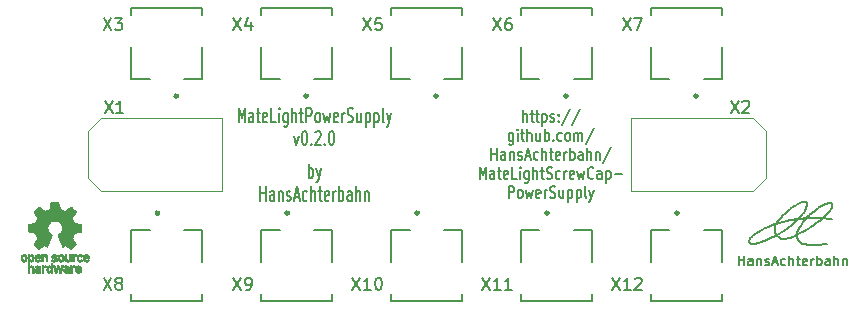
<source format=gbr>
%TF.GenerationSoftware,KiCad,Pcbnew,6.0.7-f9a2dced07~116~ubuntu20.04.1*%
%TF.CreationDate,2022-09-20T13:31:56+02:00*%
%TF.ProjectId,MateLightPowerSupplyPcb,4d617465-4c69-4676-9874-506f77657253,rev?*%
%TF.SameCoordinates,Original*%
%TF.FileFunction,Legend,Top*%
%TF.FilePolarity,Positive*%
%FSLAX46Y46*%
G04 Gerber Fmt 4.6, Leading zero omitted, Abs format (unit mm)*
G04 Created by KiCad (PCBNEW 6.0.7-f9a2dced07~116~ubuntu20.04.1) date 2022-09-20 13:31:56*
%MOMM*%
%LPD*%
G01*
G04 APERTURE LIST*
%ADD10C,0.150000*%
%ADD11C,0.010000*%
%ADD12C,0.127000*%
%ADD13C,0.300000*%
%ADD14C,0.100000*%
G04 APERTURE END LIST*
D10*
X126523809Y-114976857D02*
X126523809Y-113776857D01*
X126523809Y-114234000D02*
X126600000Y-114176857D01*
X126752380Y-114176857D01*
X126828571Y-114234000D01*
X126866666Y-114291142D01*
X126904761Y-114405428D01*
X126904761Y-114748285D01*
X126866666Y-114862571D01*
X126828571Y-114919714D01*
X126752380Y-114976857D01*
X126600000Y-114976857D01*
X126523809Y-114919714D01*
X127171428Y-114176857D02*
X127361904Y-114976857D01*
X127552380Y-114176857D02*
X127361904Y-114976857D01*
X127285714Y-115262571D01*
X127247619Y-115319714D01*
X127171428Y-115376857D01*
X122409523Y-116908857D02*
X122409523Y-115708857D01*
X122409523Y-116280285D02*
X122866666Y-116280285D01*
X122866666Y-116908857D02*
X122866666Y-115708857D01*
X123590476Y-116908857D02*
X123590476Y-116280285D01*
X123552380Y-116166000D01*
X123476190Y-116108857D01*
X123323809Y-116108857D01*
X123247619Y-116166000D01*
X123590476Y-116851714D02*
X123514285Y-116908857D01*
X123323809Y-116908857D01*
X123247619Y-116851714D01*
X123209523Y-116737428D01*
X123209523Y-116623142D01*
X123247619Y-116508857D01*
X123323809Y-116451714D01*
X123514285Y-116451714D01*
X123590476Y-116394571D01*
X123971428Y-116108857D02*
X123971428Y-116908857D01*
X123971428Y-116223142D02*
X124009523Y-116166000D01*
X124085714Y-116108857D01*
X124200000Y-116108857D01*
X124276190Y-116166000D01*
X124314285Y-116280285D01*
X124314285Y-116908857D01*
X124657142Y-116851714D02*
X124733333Y-116908857D01*
X124885714Y-116908857D01*
X124961904Y-116851714D01*
X125000000Y-116737428D01*
X125000000Y-116680285D01*
X124961904Y-116566000D01*
X124885714Y-116508857D01*
X124771428Y-116508857D01*
X124695238Y-116451714D01*
X124657142Y-116337428D01*
X124657142Y-116280285D01*
X124695238Y-116166000D01*
X124771428Y-116108857D01*
X124885714Y-116108857D01*
X124961904Y-116166000D01*
X125304761Y-116566000D02*
X125685714Y-116566000D01*
X125228571Y-116908857D02*
X125495238Y-115708857D01*
X125761904Y-116908857D01*
X126371428Y-116851714D02*
X126295238Y-116908857D01*
X126142857Y-116908857D01*
X126066666Y-116851714D01*
X126028571Y-116794571D01*
X125990476Y-116680285D01*
X125990476Y-116337428D01*
X126028571Y-116223142D01*
X126066666Y-116166000D01*
X126142857Y-116108857D01*
X126295238Y-116108857D01*
X126371428Y-116166000D01*
X126714285Y-116908857D02*
X126714285Y-115708857D01*
X127057142Y-116908857D02*
X127057142Y-116280285D01*
X127019047Y-116166000D01*
X126942857Y-116108857D01*
X126828571Y-116108857D01*
X126752380Y-116166000D01*
X126714285Y-116223142D01*
X127323809Y-116108857D02*
X127628571Y-116108857D01*
X127438095Y-115708857D02*
X127438095Y-116737428D01*
X127476190Y-116851714D01*
X127552380Y-116908857D01*
X127628571Y-116908857D01*
X128199999Y-116851714D02*
X128123809Y-116908857D01*
X127971428Y-116908857D01*
X127895238Y-116851714D01*
X127857142Y-116737428D01*
X127857142Y-116280285D01*
X127895238Y-116166000D01*
X127971428Y-116108857D01*
X128123809Y-116108857D01*
X128199999Y-116166000D01*
X128238095Y-116280285D01*
X128238095Y-116394571D01*
X127857142Y-116508857D01*
X128580952Y-116908857D02*
X128580952Y-116108857D01*
X128580952Y-116337428D02*
X128619047Y-116223142D01*
X128657142Y-116166000D01*
X128733333Y-116108857D01*
X128809523Y-116108857D01*
X129076190Y-116908857D02*
X129076190Y-115708857D01*
X129076190Y-116166000D02*
X129152380Y-116108857D01*
X129304761Y-116108857D01*
X129380952Y-116166000D01*
X129419047Y-116223142D01*
X129457142Y-116337428D01*
X129457142Y-116680285D01*
X129419047Y-116794571D01*
X129380952Y-116851714D01*
X129304761Y-116908857D01*
X129152380Y-116908857D01*
X129076190Y-116851714D01*
X130142857Y-116908857D02*
X130142857Y-116280285D01*
X130104761Y-116166000D01*
X130028571Y-116108857D01*
X129876190Y-116108857D01*
X129799999Y-116166000D01*
X130142857Y-116851714D02*
X130066666Y-116908857D01*
X129876190Y-116908857D01*
X129799999Y-116851714D01*
X129761904Y-116737428D01*
X129761904Y-116623142D01*
X129799999Y-116508857D01*
X129876190Y-116451714D01*
X130066666Y-116451714D01*
X130142857Y-116394571D01*
X130523809Y-116908857D02*
X130523809Y-115708857D01*
X130866666Y-116908857D02*
X130866666Y-116280285D01*
X130828571Y-116166000D01*
X130752380Y-116108857D01*
X130638095Y-116108857D01*
X130561904Y-116166000D01*
X130523809Y-116223142D01*
X131247619Y-116108857D02*
X131247619Y-116908857D01*
X131247619Y-116223142D02*
X131285714Y-116166000D01*
X131361904Y-116108857D01*
X131476190Y-116108857D01*
X131552380Y-116166000D01*
X131590476Y-116280285D01*
X131590476Y-116908857D01*
X162909523Y-122361904D02*
X162909523Y-121561904D01*
X162909523Y-121942857D02*
X163366666Y-121942857D01*
X163366666Y-122361904D02*
X163366666Y-121561904D01*
X164090476Y-122361904D02*
X164090476Y-121942857D01*
X164052380Y-121866666D01*
X163976190Y-121828571D01*
X163823809Y-121828571D01*
X163747619Y-121866666D01*
X164090476Y-122323809D02*
X164014285Y-122361904D01*
X163823809Y-122361904D01*
X163747619Y-122323809D01*
X163709523Y-122247619D01*
X163709523Y-122171428D01*
X163747619Y-122095238D01*
X163823809Y-122057142D01*
X164014285Y-122057142D01*
X164090476Y-122019047D01*
X164471428Y-121828571D02*
X164471428Y-122361904D01*
X164471428Y-121904761D02*
X164509523Y-121866666D01*
X164585714Y-121828571D01*
X164700000Y-121828571D01*
X164776190Y-121866666D01*
X164814285Y-121942857D01*
X164814285Y-122361904D01*
X165157142Y-122323809D02*
X165233333Y-122361904D01*
X165385714Y-122361904D01*
X165461904Y-122323809D01*
X165500000Y-122247619D01*
X165500000Y-122209523D01*
X165461904Y-122133333D01*
X165385714Y-122095238D01*
X165271428Y-122095238D01*
X165195238Y-122057142D01*
X165157142Y-121980952D01*
X165157142Y-121942857D01*
X165195238Y-121866666D01*
X165271428Y-121828571D01*
X165385714Y-121828571D01*
X165461904Y-121866666D01*
X165804761Y-122133333D02*
X166185714Y-122133333D01*
X165728571Y-122361904D02*
X165995238Y-121561904D01*
X166261904Y-122361904D01*
X166871428Y-122323809D02*
X166795238Y-122361904D01*
X166642857Y-122361904D01*
X166566666Y-122323809D01*
X166528571Y-122285714D01*
X166490476Y-122209523D01*
X166490476Y-121980952D01*
X166528571Y-121904761D01*
X166566666Y-121866666D01*
X166642857Y-121828571D01*
X166795238Y-121828571D01*
X166871428Y-121866666D01*
X167214285Y-122361904D02*
X167214285Y-121561904D01*
X167557142Y-122361904D02*
X167557142Y-121942857D01*
X167519047Y-121866666D01*
X167442857Y-121828571D01*
X167328571Y-121828571D01*
X167252380Y-121866666D01*
X167214285Y-121904761D01*
X167823809Y-121828571D02*
X168128571Y-121828571D01*
X167938095Y-121561904D02*
X167938095Y-122247619D01*
X167976190Y-122323809D01*
X168052380Y-122361904D01*
X168128571Y-122361904D01*
X168700000Y-122323809D02*
X168623809Y-122361904D01*
X168471428Y-122361904D01*
X168395238Y-122323809D01*
X168357142Y-122247619D01*
X168357142Y-121942857D01*
X168395238Y-121866666D01*
X168471428Y-121828571D01*
X168623809Y-121828571D01*
X168700000Y-121866666D01*
X168738095Y-121942857D01*
X168738095Y-122019047D01*
X168357142Y-122095238D01*
X169080952Y-122361904D02*
X169080952Y-121828571D01*
X169080952Y-121980952D02*
X169119047Y-121904761D01*
X169157142Y-121866666D01*
X169233333Y-121828571D01*
X169309523Y-121828571D01*
X169576190Y-122361904D02*
X169576190Y-121561904D01*
X169576190Y-121866666D02*
X169652380Y-121828571D01*
X169804761Y-121828571D01*
X169880952Y-121866666D01*
X169919047Y-121904761D01*
X169957142Y-121980952D01*
X169957142Y-122209523D01*
X169919047Y-122285714D01*
X169880952Y-122323809D01*
X169804761Y-122361904D01*
X169652380Y-122361904D01*
X169576190Y-122323809D01*
X170642857Y-122361904D02*
X170642857Y-121942857D01*
X170604761Y-121866666D01*
X170528571Y-121828571D01*
X170376190Y-121828571D01*
X170300000Y-121866666D01*
X170642857Y-122323809D02*
X170566666Y-122361904D01*
X170376190Y-122361904D01*
X170300000Y-122323809D01*
X170261904Y-122247619D01*
X170261904Y-122171428D01*
X170300000Y-122095238D01*
X170376190Y-122057142D01*
X170566666Y-122057142D01*
X170642857Y-122019047D01*
X171023809Y-122361904D02*
X171023809Y-121561904D01*
X171366666Y-122361904D02*
X171366666Y-121942857D01*
X171328571Y-121866666D01*
X171252380Y-121828571D01*
X171138095Y-121828571D01*
X171061904Y-121866666D01*
X171023809Y-121904761D01*
X171747619Y-121828571D02*
X171747619Y-122361904D01*
X171747619Y-121904761D02*
X171785714Y-121866666D01*
X171861904Y-121828571D01*
X171976190Y-121828571D01*
X172052380Y-121866666D01*
X172090476Y-121942857D01*
X172090476Y-122361904D01*
X144657142Y-110232380D02*
X144657142Y-109232380D01*
X145000000Y-110232380D02*
X145000000Y-109708571D01*
X144961904Y-109613333D01*
X144885714Y-109565714D01*
X144771428Y-109565714D01*
X144695238Y-109613333D01*
X144657142Y-109660952D01*
X145266666Y-109565714D02*
X145571428Y-109565714D01*
X145380952Y-109232380D02*
X145380952Y-110089523D01*
X145419047Y-110184761D01*
X145495238Y-110232380D01*
X145571428Y-110232380D01*
X145723809Y-109565714D02*
X146028571Y-109565714D01*
X145838095Y-109232380D02*
X145838095Y-110089523D01*
X145876190Y-110184761D01*
X145952380Y-110232380D01*
X146028571Y-110232380D01*
X146295238Y-109565714D02*
X146295238Y-110565714D01*
X146295238Y-109613333D02*
X146371428Y-109565714D01*
X146523809Y-109565714D01*
X146600000Y-109613333D01*
X146638095Y-109660952D01*
X146676190Y-109756190D01*
X146676190Y-110041904D01*
X146638095Y-110137142D01*
X146600000Y-110184761D01*
X146523809Y-110232380D01*
X146371428Y-110232380D01*
X146295238Y-110184761D01*
X146980952Y-110184761D02*
X147057142Y-110232380D01*
X147209523Y-110232380D01*
X147285714Y-110184761D01*
X147323809Y-110089523D01*
X147323809Y-110041904D01*
X147285714Y-109946666D01*
X147209523Y-109899047D01*
X147095238Y-109899047D01*
X147019047Y-109851428D01*
X146980952Y-109756190D01*
X146980952Y-109708571D01*
X147019047Y-109613333D01*
X147095238Y-109565714D01*
X147209523Y-109565714D01*
X147285714Y-109613333D01*
X147666666Y-110137142D02*
X147704761Y-110184761D01*
X147666666Y-110232380D01*
X147628571Y-110184761D01*
X147666666Y-110137142D01*
X147666666Y-110232380D01*
X147666666Y-109613333D02*
X147704761Y-109660952D01*
X147666666Y-109708571D01*
X147628571Y-109660952D01*
X147666666Y-109613333D01*
X147666666Y-109708571D01*
X148619047Y-109184761D02*
X147933333Y-110470476D01*
X149457142Y-109184761D02*
X148771428Y-110470476D01*
X143819047Y-111175714D02*
X143819047Y-111985238D01*
X143780952Y-112080476D01*
X143742857Y-112128095D01*
X143666666Y-112175714D01*
X143552380Y-112175714D01*
X143476190Y-112128095D01*
X143819047Y-111794761D02*
X143742857Y-111842380D01*
X143590476Y-111842380D01*
X143514285Y-111794761D01*
X143476190Y-111747142D01*
X143438095Y-111651904D01*
X143438095Y-111366190D01*
X143476190Y-111270952D01*
X143514285Y-111223333D01*
X143590476Y-111175714D01*
X143742857Y-111175714D01*
X143819047Y-111223333D01*
X144200000Y-111842380D02*
X144200000Y-111175714D01*
X144200000Y-110842380D02*
X144161904Y-110890000D01*
X144200000Y-110937619D01*
X144238095Y-110890000D01*
X144200000Y-110842380D01*
X144200000Y-110937619D01*
X144466666Y-111175714D02*
X144771428Y-111175714D01*
X144580952Y-110842380D02*
X144580952Y-111699523D01*
X144619047Y-111794761D01*
X144695238Y-111842380D01*
X144771428Y-111842380D01*
X145038095Y-111842380D02*
X145038095Y-110842380D01*
X145380952Y-111842380D02*
X145380952Y-111318571D01*
X145342857Y-111223333D01*
X145266666Y-111175714D01*
X145152380Y-111175714D01*
X145076190Y-111223333D01*
X145038095Y-111270952D01*
X146104761Y-111175714D02*
X146104761Y-111842380D01*
X145761904Y-111175714D02*
X145761904Y-111699523D01*
X145800000Y-111794761D01*
X145876190Y-111842380D01*
X145990476Y-111842380D01*
X146066666Y-111794761D01*
X146104761Y-111747142D01*
X146485714Y-111842380D02*
X146485714Y-110842380D01*
X146485714Y-111223333D02*
X146561904Y-111175714D01*
X146714285Y-111175714D01*
X146790476Y-111223333D01*
X146828571Y-111270952D01*
X146866666Y-111366190D01*
X146866666Y-111651904D01*
X146828571Y-111747142D01*
X146790476Y-111794761D01*
X146714285Y-111842380D01*
X146561904Y-111842380D01*
X146485714Y-111794761D01*
X147209523Y-111747142D02*
X147247619Y-111794761D01*
X147209523Y-111842380D01*
X147171428Y-111794761D01*
X147209523Y-111747142D01*
X147209523Y-111842380D01*
X147933333Y-111794761D02*
X147857142Y-111842380D01*
X147704761Y-111842380D01*
X147628571Y-111794761D01*
X147590476Y-111747142D01*
X147552380Y-111651904D01*
X147552380Y-111366190D01*
X147590476Y-111270952D01*
X147628571Y-111223333D01*
X147704761Y-111175714D01*
X147857142Y-111175714D01*
X147933333Y-111223333D01*
X148390476Y-111842380D02*
X148314285Y-111794761D01*
X148276190Y-111747142D01*
X148238095Y-111651904D01*
X148238095Y-111366190D01*
X148276190Y-111270952D01*
X148314285Y-111223333D01*
X148390476Y-111175714D01*
X148504761Y-111175714D01*
X148580952Y-111223333D01*
X148619047Y-111270952D01*
X148657142Y-111366190D01*
X148657142Y-111651904D01*
X148619047Y-111747142D01*
X148580952Y-111794761D01*
X148504761Y-111842380D01*
X148390476Y-111842380D01*
X149000000Y-111842380D02*
X149000000Y-111175714D01*
X149000000Y-111270952D02*
X149038095Y-111223333D01*
X149114285Y-111175714D01*
X149228571Y-111175714D01*
X149304761Y-111223333D01*
X149342857Y-111318571D01*
X149342857Y-111842380D01*
X149342857Y-111318571D02*
X149380952Y-111223333D01*
X149457142Y-111175714D01*
X149571428Y-111175714D01*
X149647619Y-111223333D01*
X149685714Y-111318571D01*
X149685714Y-111842380D01*
X150638095Y-110794761D02*
X149952380Y-112080476D01*
X141990476Y-113452380D02*
X141990476Y-112452380D01*
X141990476Y-112928571D02*
X142447619Y-112928571D01*
X142447619Y-113452380D02*
X142447619Y-112452380D01*
X143171428Y-113452380D02*
X143171428Y-112928571D01*
X143133333Y-112833333D01*
X143057142Y-112785714D01*
X142904761Y-112785714D01*
X142828571Y-112833333D01*
X143171428Y-113404761D02*
X143095238Y-113452380D01*
X142904761Y-113452380D01*
X142828571Y-113404761D01*
X142790476Y-113309523D01*
X142790476Y-113214285D01*
X142828571Y-113119047D01*
X142904761Y-113071428D01*
X143095238Y-113071428D01*
X143171428Y-113023809D01*
X143552380Y-112785714D02*
X143552380Y-113452380D01*
X143552380Y-112880952D02*
X143590476Y-112833333D01*
X143666666Y-112785714D01*
X143780952Y-112785714D01*
X143857142Y-112833333D01*
X143895238Y-112928571D01*
X143895238Y-113452380D01*
X144238095Y-113404761D02*
X144314285Y-113452380D01*
X144466666Y-113452380D01*
X144542857Y-113404761D01*
X144580952Y-113309523D01*
X144580952Y-113261904D01*
X144542857Y-113166666D01*
X144466666Y-113119047D01*
X144352380Y-113119047D01*
X144276190Y-113071428D01*
X144238095Y-112976190D01*
X144238095Y-112928571D01*
X144276190Y-112833333D01*
X144352380Y-112785714D01*
X144466666Y-112785714D01*
X144542857Y-112833333D01*
X144885714Y-113166666D02*
X145266666Y-113166666D01*
X144809523Y-113452380D02*
X145076190Y-112452380D01*
X145342857Y-113452380D01*
X145952380Y-113404761D02*
X145876190Y-113452380D01*
X145723809Y-113452380D01*
X145647619Y-113404761D01*
X145609523Y-113357142D01*
X145571428Y-113261904D01*
X145571428Y-112976190D01*
X145609523Y-112880952D01*
X145647619Y-112833333D01*
X145723809Y-112785714D01*
X145876190Y-112785714D01*
X145952380Y-112833333D01*
X146295238Y-113452380D02*
X146295238Y-112452380D01*
X146638095Y-113452380D02*
X146638095Y-112928571D01*
X146600000Y-112833333D01*
X146523809Y-112785714D01*
X146409523Y-112785714D01*
X146333333Y-112833333D01*
X146295238Y-112880952D01*
X146904761Y-112785714D02*
X147209523Y-112785714D01*
X147019047Y-112452380D02*
X147019047Y-113309523D01*
X147057142Y-113404761D01*
X147133333Y-113452380D01*
X147209523Y-113452380D01*
X147780952Y-113404761D02*
X147704761Y-113452380D01*
X147552380Y-113452380D01*
X147476190Y-113404761D01*
X147438095Y-113309523D01*
X147438095Y-112928571D01*
X147476190Y-112833333D01*
X147552380Y-112785714D01*
X147704761Y-112785714D01*
X147780952Y-112833333D01*
X147819047Y-112928571D01*
X147819047Y-113023809D01*
X147438095Y-113119047D01*
X148161904Y-113452380D02*
X148161904Y-112785714D01*
X148161904Y-112976190D02*
X148200000Y-112880952D01*
X148238095Y-112833333D01*
X148314285Y-112785714D01*
X148390476Y-112785714D01*
X148657142Y-113452380D02*
X148657142Y-112452380D01*
X148657142Y-112833333D02*
X148733333Y-112785714D01*
X148885714Y-112785714D01*
X148961904Y-112833333D01*
X149000000Y-112880952D01*
X149038095Y-112976190D01*
X149038095Y-113261904D01*
X149000000Y-113357142D01*
X148961904Y-113404761D01*
X148885714Y-113452380D01*
X148733333Y-113452380D01*
X148657142Y-113404761D01*
X149723809Y-113452380D02*
X149723809Y-112928571D01*
X149685714Y-112833333D01*
X149609523Y-112785714D01*
X149457142Y-112785714D01*
X149380952Y-112833333D01*
X149723809Y-113404761D02*
X149647619Y-113452380D01*
X149457142Y-113452380D01*
X149380952Y-113404761D01*
X149342857Y-113309523D01*
X149342857Y-113214285D01*
X149380952Y-113119047D01*
X149457142Y-113071428D01*
X149647619Y-113071428D01*
X149723809Y-113023809D01*
X150104761Y-113452380D02*
X150104761Y-112452380D01*
X150447619Y-113452380D02*
X150447619Y-112928571D01*
X150409523Y-112833333D01*
X150333333Y-112785714D01*
X150219047Y-112785714D01*
X150142857Y-112833333D01*
X150104761Y-112880952D01*
X150828571Y-112785714D02*
X150828571Y-113452380D01*
X150828571Y-112880952D02*
X150866666Y-112833333D01*
X150942857Y-112785714D01*
X151057142Y-112785714D01*
X151133333Y-112833333D01*
X151171428Y-112928571D01*
X151171428Y-113452380D01*
X152123809Y-112404761D02*
X151438095Y-113690476D01*
X140980952Y-115062380D02*
X140980952Y-114062380D01*
X141247619Y-114776666D01*
X141514285Y-114062380D01*
X141514285Y-115062380D01*
X142238095Y-115062380D02*
X142238095Y-114538571D01*
X142200000Y-114443333D01*
X142123809Y-114395714D01*
X141971428Y-114395714D01*
X141895238Y-114443333D01*
X142238095Y-115014761D02*
X142161904Y-115062380D01*
X141971428Y-115062380D01*
X141895238Y-115014761D01*
X141857142Y-114919523D01*
X141857142Y-114824285D01*
X141895238Y-114729047D01*
X141971428Y-114681428D01*
X142161904Y-114681428D01*
X142238095Y-114633809D01*
X142504761Y-114395714D02*
X142809523Y-114395714D01*
X142619047Y-114062380D02*
X142619047Y-114919523D01*
X142657142Y-115014761D01*
X142733333Y-115062380D01*
X142809523Y-115062380D01*
X143380952Y-115014761D02*
X143304761Y-115062380D01*
X143152380Y-115062380D01*
X143076190Y-115014761D01*
X143038095Y-114919523D01*
X143038095Y-114538571D01*
X143076190Y-114443333D01*
X143152380Y-114395714D01*
X143304761Y-114395714D01*
X143380952Y-114443333D01*
X143419047Y-114538571D01*
X143419047Y-114633809D01*
X143038095Y-114729047D01*
X144142857Y-115062380D02*
X143761904Y-115062380D01*
X143761904Y-114062380D01*
X144409523Y-115062380D02*
X144409523Y-114395714D01*
X144409523Y-114062380D02*
X144371428Y-114110000D01*
X144409523Y-114157619D01*
X144447619Y-114110000D01*
X144409523Y-114062380D01*
X144409523Y-114157619D01*
X145133333Y-114395714D02*
X145133333Y-115205238D01*
X145095238Y-115300476D01*
X145057142Y-115348095D01*
X144980952Y-115395714D01*
X144866666Y-115395714D01*
X144790476Y-115348095D01*
X145133333Y-115014761D02*
X145057142Y-115062380D01*
X144904761Y-115062380D01*
X144828571Y-115014761D01*
X144790476Y-114967142D01*
X144752380Y-114871904D01*
X144752380Y-114586190D01*
X144790476Y-114490952D01*
X144828571Y-114443333D01*
X144904761Y-114395714D01*
X145057142Y-114395714D01*
X145133333Y-114443333D01*
X145514285Y-115062380D02*
X145514285Y-114062380D01*
X145857142Y-115062380D02*
X145857142Y-114538571D01*
X145819047Y-114443333D01*
X145742857Y-114395714D01*
X145628571Y-114395714D01*
X145552380Y-114443333D01*
X145514285Y-114490952D01*
X146123809Y-114395714D02*
X146428571Y-114395714D01*
X146238095Y-114062380D02*
X146238095Y-114919523D01*
X146276190Y-115014761D01*
X146352380Y-115062380D01*
X146428571Y-115062380D01*
X146657142Y-115014761D02*
X146771428Y-115062380D01*
X146961904Y-115062380D01*
X147038095Y-115014761D01*
X147076190Y-114967142D01*
X147114285Y-114871904D01*
X147114285Y-114776666D01*
X147076190Y-114681428D01*
X147038095Y-114633809D01*
X146961904Y-114586190D01*
X146809523Y-114538571D01*
X146733333Y-114490952D01*
X146695238Y-114443333D01*
X146657142Y-114348095D01*
X146657142Y-114252857D01*
X146695238Y-114157619D01*
X146733333Y-114110000D01*
X146809523Y-114062380D01*
X147000000Y-114062380D01*
X147114285Y-114110000D01*
X147800000Y-115014761D02*
X147723809Y-115062380D01*
X147571428Y-115062380D01*
X147495238Y-115014761D01*
X147457142Y-114967142D01*
X147419047Y-114871904D01*
X147419047Y-114586190D01*
X147457142Y-114490952D01*
X147495238Y-114443333D01*
X147571428Y-114395714D01*
X147723809Y-114395714D01*
X147800000Y-114443333D01*
X148142857Y-115062380D02*
X148142857Y-114395714D01*
X148142857Y-114586190D02*
X148180952Y-114490952D01*
X148219047Y-114443333D01*
X148295238Y-114395714D01*
X148371428Y-114395714D01*
X148942857Y-115014761D02*
X148866666Y-115062380D01*
X148714285Y-115062380D01*
X148638095Y-115014761D01*
X148600000Y-114919523D01*
X148600000Y-114538571D01*
X148638095Y-114443333D01*
X148714285Y-114395714D01*
X148866666Y-114395714D01*
X148942857Y-114443333D01*
X148980952Y-114538571D01*
X148980952Y-114633809D01*
X148600000Y-114729047D01*
X149247619Y-114395714D02*
X149400000Y-115062380D01*
X149552380Y-114586190D01*
X149704761Y-115062380D01*
X149857142Y-114395714D01*
X150619047Y-114967142D02*
X150580952Y-115014761D01*
X150466666Y-115062380D01*
X150390476Y-115062380D01*
X150276190Y-115014761D01*
X150200000Y-114919523D01*
X150161904Y-114824285D01*
X150123809Y-114633809D01*
X150123809Y-114490952D01*
X150161904Y-114300476D01*
X150200000Y-114205238D01*
X150276190Y-114110000D01*
X150390476Y-114062380D01*
X150466666Y-114062380D01*
X150580952Y-114110000D01*
X150619047Y-114157619D01*
X151304761Y-115062380D02*
X151304761Y-114538571D01*
X151266666Y-114443333D01*
X151190476Y-114395714D01*
X151038095Y-114395714D01*
X150961904Y-114443333D01*
X151304761Y-115014761D02*
X151228571Y-115062380D01*
X151038095Y-115062380D01*
X150961904Y-115014761D01*
X150923809Y-114919523D01*
X150923809Y-114824285D01*
X150961904Y-114729047D01*
X151038095Y-114681428D01*
X151228571Y-114681428D01*
X151304761Y-114633809D01*
X151685714Y-114395714D02*
X151685714Y-115395714D01*
X151685714Y-114443333D02*
X151761904Y-114395714D01*
X151914285Y-114395714D01*
X151990476Y-114443333D01*
X152028571Y-114490952D01*
X152066666Y-114586190D01*
X152066666Y-114871904D01*
X152028571Y-114967142D01*
X151990476Y-115014761D01*
X151914285Y-115062380D01*
X151761904Y-115062380D01*
X151685714Y-115014761D01*
X152409523Y-114681428D02*
X153019047Y-114681428D01*
X143438095Y-116672380D02*
X143438095Y-115672380D01*
X143742857Y-115672380D01*
X143819047Y-115720000D01*
X143857142Y-115767619D01*
X143895238Y-115862857D01*
X143895238Y-116005714D01*
X143857142Y-116100952D01*
X143819047Y-116148571D01*
X143742857Y-116196190D01*
X143438095Y-116196190D01*
X144352380Y-116672380D02*
X144276190Y-116624761D01*
X144238095Y-116577142D01*
X144200000Y-116481904D01*
X144200000Y-116196190D01*
X144238095Y-116100952D01*
X144276190Y-116053333D01*
X144352380Y-116005714D01*
X144466666Y-116005714D01*
X144542857Y-116053333D01*
X144580952Y-116100952D01*
X144619047Y-116196190D01*
X144619047Y-116481904D01*
X144580952Y-116577142D01*
X144542857Y-116624761D01*
X144466666Y-116672380D01*
X144352380Y-116672380D01*
X144885714Y-116005714D02*
X145038095Y-116672380D01*
X145190476Y-116196190D01*
X145342857Y-116672380D01*
X145495238Y-116005714D01*
X146104761Y-116624761D02*
X146028571Y-116672380D01*
X145876190Y-116672380D01*
X145800000Y-116624761D01*
X145761904Y-116529523D01*
X145761904Y-116148571D01*
X145800000Y-116053333D01*
X145876190Y-116005714D01*
X146028571Y-116005714D01*
X146104761Y-116053333D01*
X146142857Y-116148571D01*
X146142857Y-116243809D01*
X145761904Y-116339047D01*
X146485714Y-116672380D02*
X146485714Y-116005714D01*
X146485714Y-116196190D02*
X146523809Y-116100952D01*
X146561904Y-116053333D01*
X146638095Y-116005714D01*
X146714285Y-116005714D01*
X146942857Y-116624761D02*
X147057142Y-116672380D01*
X147247619Y-116672380D01*
X147323809Y-116624761D01*
X147361904Y-116577142D01*
X147400000Y-116481904D01*
X147400000Y-116386666D01*
X147361904Y-116291428D01*
X147323809Y-116243809D01*
X147247619Y-116196190D01*
X147095238Y-116148571D01*
X147019047Y-116100952D01*
X146980952Y-116053333D01*
X146942857Y-115958095D01*
X146942857Y-115862857D01*
X146980952Y-115767619D01*
X147019047Y-115720000D01*
X147095238Y-115672380D01*
X147285714Y-115672380D01*
X147400000Y-115720000D01*
X148085714Y-116005714D02*
X148085714Y-116672380D01*
X147742857Y-116005714D02*
X147742857Y-116529523D01*
X147780952Y-116624761D01*
X147857142Y-116672380D01*
X147971428Y-116672380D01*
X148047619Y-116624761D01*
X148085714Y-116577142D01*
X148466666Y-116005714D02*
X148466666Y-117005714D01*
X148466666Y-116053333D02*
X148542857Y-116005714D01*
X148695238Y-116005714D01*
X148771428Y-116053333D01*
X148809523Y-116100952D01*
X148847619Y-116196190D01*
X148847619Y-116481904D01*
X148809523Y-116577142D01*
X148771428Y-116624761D01*
X148695238Y-116672380D01*
X148542857Y-116672380D01*
X148466666Y-116624761D01*
X149190476Y-116005714D02*
X149190476Y-117005714D01*
X149190476Y-116053333D02*
X149266666Y-116005714D01*
X149419047Y-116005714D01*
X149495238Y-116053333D01*
X149533333Y-116100952D01*
X149571428Y-116196190D01*
X149571428Y-116481904D01*
X149533333Y-116577142D01*
X149495238Y-116624761D01*
X149419047Y-116672380D01*
X149266666Y-116672380D01*
X149190476Y-116624761D01*
X150028571Y-116672380D02*
X149952380Y-116624761D01*
X149914285Y-116529523D01*
X149914285Y-115672380D01*
X150257142Y-116005714D02*
X150447619Y-116672380D01*
X150638095Y-116005714D02*
X150447619Y-116672380D01*
X150371428Y-116910476D01*
X150333333Y-116958095D01*
X150257142Y-117005714D01*
X120580952Y-110276857D02*
X120580952Y-109076857D01*
X120847619Y-109934000D01*
X121114285Y-109076857D01*
X121114285Y-110276857D01*
X121838095Y-110276857D02*
X121838095Y-109648285D01*
X121800000Y-109534000D01*
X121723809Y-109476857D01*
X121571428Y-109476857D01*
X121495238Y-109534000D01*
X121838095Y-110219714D02*
X121761904Y-110276857D01*
X121571428Y-110276857D01*
X121495238Y-110219714D01*
X121457142Y-110105428D01*
X121457142Y-109991142D01*
X121495238Y-109876857D01*
X121571428Y-109819714D01*
X121761904Y-109819714D01*
X121838095Y-109762571D01*
X122104761Y-109476857D02*
X122409523Y-109476857D01*
X122219047Y-109076857D02*
X122219047Y-110105428D01*
X122257142Y-110219714D01*
X122333333Y-110276857D01*
X122409523Y-110276857D01*
X122980952Y-110219714D02*
X122904761Y-110276857D01*
X122752380Y-110276857D01*
X122676190Y-110219714D01*
X122638095Y-110105428D01*
X122638095Y-109648285D01*
X122676190Y-109534000D01*
X122752380Y-109476857D01*
X122904761Y-109476857D01*
X122980952Y-109534000D01*
X123019047Y-109648285D01*
X123019047Y-109762571D01*
X122638095Y-109876857D01*
X123742857Y-110276857D02*
X123361904Y-110276857D01*
X123361904Y-109076857D01*
X124009523Y-110276857D02*
X124009523Y-109476857D01*
X124009523Y-109076857D02*
X123971428Y-109134000D01*
X124009523Y-109191142D01*
X124047619Y-109134000D01*
X124009523Y-109076857D01*
X124009523Y-109191142D01*
X124733333Y-109476857D02*
X124733333Y-110448285D01*
X124695238Y-110562571D01*
X124657142Y-110619714D01*
X124580952Y-110676857D01*
X124466666Y-110676857D01*
X124390476Y-110619714D01*
X124733333Y-110219714D02*
X124657142Y-110276857D01*
X124504761Y-110276857D01*
X124428571Y-110219714D01*
X124390476Y-110162571D01*
X124352380Y-110048285D01*
X124352380Y-109705428D01*
X124390476Y-109591142D01*
X124428571Y-109534000D01*
X124504761Y-109476857D01*
X124657142Y-109476857D01*
X124733333Y-109534000D01*
X125114285Y-110276857D02*
X125114285Y-109076857D01*
X125457142Y-110276857D02*
X125457142Y-109648285D01*
X125419047Y-109534000D01*
X125342857Y-109476857D01*
X125228571Y-109476857D01*
X125152380Y-109534000D01*
X125114285Y-109591142D01*
X125723809Y-109476857D02*
X126028571Y-109476857D01*
X125838095Y-109076857D02*
X125838095Y-110105428D01*
X125876190Y-110219714D01*
X125952380Y-110276857D01*
X126028571Y-110276857D01*
X126295238Y-110276857D02*
X126295238Y-109076857D01*
X126600000Y-109076857D01*
X126676190Y-109134000D01*
X126714285Y-109191142D01*
X126752380Y-109305428D01*
X126752380Y-109476857D01*
X126714285Y-109591142D01*
X126676190Y-109648285D01*
X126600000Y-109705428D01*
X126295238Y-109705428D01*
X127209523Y-110276857D02*
X127133333Y-110219714D01*
X127095238Y-110162571D01*
X127057142Y-110048285D01*
X127057142Y-109705428D01*
X127095238Y-109591142D01*
X127133333Y-109534000D01*
X127209523Y-109476857D01*
X127323809Y-109476857D01*
X127400000Y-109534000D01*
X127438095Y-109591142D01*
X127476190Y-109705428D01*
X127476190Y-110048285D01*
X127438095Y-110162571D01*
X127400000Y-110219714D01*
X127323809Y-110276857D01*
X127209523Y-110276857D01*
X127742857Y-109476857D02*
X127895238Y-110276857D01*
X128047619Y-109705428D01*
X128200000Y-110276857D01*
X128352380Y-109476857D01*
X128961904Y-110219714D02*
X128885714Y-110276857D01*
X128733333Y-110276857D01*
X128657142Y-110219714D01*
X128619047Y-110105428D01*
X128619047Y-109648285D01*
X128657142Y-109534000D01*
X128733333Y-109476857D01*
X128885714Y-109476857D01*
X128961904Y-109534000D01*
X129000000Y-109648285D01*
X129000000Y-109762571D01*
X128619047Y-109876857D01*
X129342857Y-110276857D02*
X129342857Y-109476857D01*
X129342857Y-109705428D02*
X129380952Y-109591142D01*
X129419047Y-109534000D01*
X129495238Y-109476857D01*
X129571428Y-109476857D01*
X129800000Y-110219714D02*
X129914285Y-110276857D01*
X130104761Y-110276857D01*
X130180952Y-110219714D01*
X130219047Y-110162571D01*
X130257142Y-110048285D01*
X130257142Y-109934000D01*
X130219047Y-109819714D01*
X130180952Y-109762571D01*
X130104761Y-109705428D01*
X129952380Y-109648285D01*
X129876190Y-109591142D01*
X129838095Y-109534000D01*
X129800000Y-109419714D01*
X129800000Y-109305428D01*
X129838095Y-109191142D01*
X129876190Y-109134000D01*
X129952380Y-109076857D01*
X130142857Y-109076857D01*
X130257142Y-109134000D01*
X130942857Y-109476857D02*
X130942857Y-110276857D01*
X130600000Y-109476857D02*
X130600000Y-110105428D01*
X130638095Y-110219714D01*
X130714285Y-110276857D01*
X130828571Y-110276857D01*
X130904761Y-110219714D01*
X130942857Y-110162571D01*
X131323809Y-109476857D02*
X131323809Y-110676857D01*
X131323809Y-109534000D02*
X131400000Y-109476857D01*
X131552380Y-109476857D01*
X131628571Y-109534000D01*
X131666666Y-109591142D01*
X131704761Y-109705428D01*
X131704761Y-110048285D01*
X131666666Y-110162571D01*
X131628571Y-110219714D01*
X131552380Y-110276857D01*
X131400000Y-110276857D01*
X131323809Y-110219714D01*
X132047619Y-109476857D02*
X132047619Y-110676857D01*
X132047619Y-109534000D02*
X132123809Y-109476857D01*
X132276190Y-109476857D01*
X132352380Y-109534000D01*
X132390476Y-109591142D01*
X132428571Y-109705428D01*
X132428571Y-110048285D01*
X132390476Y-110162571D01*
X132352380Y-110219714D01*
X132276190Y-110276857D01*
X132123809Y-110276857D01*
X132047619Y-110219714D01*
X132885714Y-110276857D02*
X132809523Y-110219714D01*
X132771428Y-110105428D01*
X132771428Y-109076857D01*
X133114285Y-109476857D02*
X133304761Y-110276857D01*
X133495238Y-109476857D02*
X133304761Y-110276857D01*
X133228571Y-110562571D01*
X133190476Y-110619714D01*
X133114285Y-110676857D01*
X125285714Y-111408857D02*
X125476190Y-112208857D01*
X125666666Y-111408857D01*
X126123809Y-111008857D02*
X126200000Y-111008857D01*
X126276190Y-111066000D01*
X126314285Y-111123142D01*
X126352380Y-111237428D01*
X126390476Y-111466000D01*
X126390476Y-111751714D01*
X126352380Y-111980285D01*
X126314285Y-112094571D01*
X126276190Y-112151714D01*
X126200000Y-112208857D01*
X126123809Y-112208857D01*
X126047619Y-112151714D01*
X126009523Y-112094571D01*
X125971428Y-111980285D01*
X125933333Y-111751714D01*
X125933333Y-111466000D01*
X125971428Y-111237428D01*
X126009523Y-111123142D01*
X126047619Y-111066000D01*
X126123809Y-111008857D01*
X126733333Y-112094571D02*
X126771428Y-112151714D01*
X126733333Y-112208857D01*
X126695238Y-112151714D01*
X126733333Y-112094571D01*
X126733333Y-112208857D01*
X127076190Y-111123142D02*
X127114285Y-111066000D01*
X127190476Y-111008857D01*
X127380952Y-111008857D01*
X127457142Y-111066000D01*
X127495238Y-111123142D01*
X127533333Y-111237428D01*
X127533333Y-111351714D01*
X127495238Y-111523142D01*
X127038095Y-112208857D01*
X127533333Y-112208857D01*
X127876190Y-112094571D02*
X127914285Y-112151714D01*
X127876190Y-112208857D01*
X127838095Y-112151714D01*
X127876190Y-112094571D01*
X127876190Y-112208857D01*
X128409523Y-111008857D02*
X128485714Y-111008857D01*
X128561904Y-111066000D01*
X128600000Y-111123142D01*
X128638095Y-111237428D01*
X128676190Y-111466000D01*
X128676190Y-111751714D01*
X128638095Y-111980285D01*
X128600000Y-112094571D01*
X128561904Y-112151714D01*
X128485714Y-112208857D01*
X128409523Y-112208857D01*
X128333333Y-112151714D01*
X128295238Y-112094571D01*
X128257142Y-111980285D01*
X128219047Y-111751714D01*
X128219047Y-111466000D01*
X128257142Y-111237428D01*
X128295238Y-111123142D01*
X128333333Y-111066000D01*
X128409523Y-111008857D01*
%TO.C,X10*%
X130188214Y-123452380D02*
X130854880Y-124452380D01*
X130854880Y-123452380D02*
X130188214Y-124452380D01*
X131759642Y-124452380D02*
X131188214Y-124452380D01*
X131473928Y-124452380D02*
X131473928Y-123452380D01*
X131378690Y-123595238D01*
X131283452Y-123690476D01*
X131188214Y-123738095D01*
X132378690Y-123452380D02*
X132473928Y-123452380D01*
X132569166Y-123500000D01*
X132616785Y-123547619D01*
X132664404Y-123642857D01*
X132712023Y-123833333D01*
X132712023Y-124071428D01*
X132664404Y-124261904D01*
X132616785Y-124357142D01*
X132569166Y-124404761D01*
X132473928Y-124452380D01*
X132378690Y-124452380D01*
X132283452Y-124404761D01*
X132235833Y-124357142D01*
X132188214Y-124261904D01*
X132140595Y-124071428D01*
X132140595Y-123833333D01*
X132188214Y-123642857D01*
X132235833Y-123547619D01*
X132283452Y-123500000D01*
X132378690Y-123452380D01*
%TO.C,X6*%
X142140595Y-101452380D02*
X142807261Y-102452380D01*
X142807261Y-101452380D02*
X142140595Y-102452380D01*
X143616785Y-101452380D02*
X143426309Y-101452380D01*
X143331071Y-101500000D01*
X143283452Y-101547619D01*
X143188214Y-101690476D01*
X143140595Y-101880952D01*
X143140595Y-102261904D01*
X143188214Y-102357142D01*
X143235833Y-102404761D01*
X143331071Y-102452380D01*
X143521547Y-102452380D01*
X143616785Y-102404761D01*
X143664404Y-102357142D01*
X143712023Y-102261904D01*
X143712023Y-102023809D01*
X143664404Y-101928571D01*
X143616785Y-101880952D01*
X143521547Y-101833333D01*
X143331071Y-101833333D01*
X143235833Y-101880952D01*
X143188214Y-101928571D01*
X143140595Y-102023809D01*
%TO.C,X5*%
X131140595Y-101452380D02*
X131807261Y-102452380D01*
X131807261Y-101452380D02*
X131140595Y-102452380D01*
X132664404Y-101452380D02*
X132188214Y-101452380D01*
X132140595Y-101928571D01*
X132188214Y-101880952D01*
X132283452Y-101833333D01*
X132521547Y-101833333D01*
X132616785Y-101880952D01*
X132664404Y-101928571D01*
X132712023Y-102023809D01*
X132712023Y-102261904D01*
X132664404Y-102357142D01*
X132616785Y-102404761D01*
X132521547Y-102452380D01*
X132283452Y-102452380D01*
X132188214Y-102404761D01*
X132140595Y-102357142D01*
%TO.C,X1*%
X109240357Y-108452380D02*
X109907023Y-109452380D01*
X109907023Y-108452380D02*
X109240357Y-109452380D01*
X110811785Y-109452380D02*
X110240357Y-109452380D01*
X110526071Y-109452380D02*
X110526071Y-108452380D01*
X110430833Y-108595238D01*
X110335595Y-108690476D01*
X110240357Y-108738095D01*
%TO.C,X2*%
X162240595Y-108452380D02*
X162907261Y-109452380D01*
X162907261Y-108452380D02*
X162240595Y-109452380D01*
X163240595Y-108547619D02*
X163288214Y-108500000D01*
X163383452Y-108452380D01*
X163621547Y-108452380D01*
X163716785Y-108500000D01*
X163764404Y-108547619D01*
X163812023Y-108642857D01*
X163812023Y-108738095D01*
X163764404Y-108880952D01*
X163192976Y-109452380D01*
X163812023Y-109452380D01*
%TO.C,X3*%
X109140595Y-101452380D02*
X109807261Y-102452380D01*
X109807261Y-101452380D02*
X109140595Y-102452380D01*
X110092976Y-101452380D02*
X110712023Y-101452380D01*
X110378690Y-101833333D01*
X110521547Y-101833333D01*
X110616785Y-101880952D01*
X110664404Y-101928571D01*
X110712023Y-102023809D01*
X110712023Y-102261904D01*
X110664404Y-102357142D01*
X110616785Y-102404761D01*
X110521547Y-102452380D01*
X110235833Y-102452380D01*
X110140595Y-102404761D01*
X110092976Y-102357142D01*
%TO.C,X7*%
X153140595Y-101452380D02*
X153807261Y-102452380D01*
X153807261Y-101452380D02*
X153140595Y-102452380D01*
X154092976Y-101452380D02*
X154759642Y-101452380D01*
X154331071Y-102452380D01*
%TO.C,X8*%
X109140595Y-123452380D02*
X109807261Y-124452380D01*
X109807261Y-123452380D02*
X109140595Y-124452380D01*
X110331071Y-123880952D02*
X110235833Y-123833333D01*
X110188214Y-123785714D01*
X110140595Y-123690476D01*
X110140595Y-123642857D01*
X110188214Y-123547619D01*
X110235833Y-123500000D01*
X110331071Y-123452380D01*
X110521547Y-123452380D01*
X110616785Y-123500000D01*
X110664404Y-123547619D01*
X110712023Y-123642857D01*
X110712023Y-123690476D01*
X110664404Y-123785714D01*
X110616785Y-123833333D01*
X110521547Y-123880952D01*
X110331071Y-123880952D01*
X110235833Y-123928571D01*
X110188214Y-123976190D01*
X110140595Y-124071428D01*
X110140595Y-124261904D01*
X110188214Y-124357142D01*
X110235833Y-124404761D01*
X110331071Y-124452380D01*
X110521547Y-124452380D01*
X110616785Y-124404761D01*
X110664404Y-124357142D01*
X110712023Y-124261904D01*
X110712023Y-124071428D01*
X110664404Y-123976190D01*
X110616785Y-123928571D01*
X110521547Y-123880952D01*
%TO.C,X4*%
X120140595Y-101452380D02*
X120807261Y-102452380D01*
X120807261Y-101452380D02*
X120140595Y-102452380D01*
X121616785Y-101785714D02*
X121616785Y-102452380D01*
X121378690Y-101404761D02*
X121140595Y-102119047D01*
X121759642Y-102119047D01*
%TO.C,X12*%
X152188214Y-123452380D02*
X152854880Y-124452380D01*
X152854880Y-123452380D02*
X152188214Y-124452380D01*
X153759642Y-124452380D02*
X153188214Y-124452380D01*
X153473928Y-124452380D02*
X153473928Y-123452380D01*
X153378690Y-123595238D01*
X153283452Y-123690476D01*
X153188214Y-123738095D01*
X154140595Y-123547619D02*
X154188214Y-123500000D01*
X154283452Y-123452380D01*
X154521547Y-123452380D01*
X154616785Y-123500000D01*
X154664404Y-123547619D01*
X154712023Y-123642857D01*
X154712023Y-123738095D01*
X154664404Y-123880952D01*
X154092976Y-124452380D01*
X154712023Y-124452380D01*
%TO.C,X11*%
X141188214Y-123452380D02*
X141854880Y-124452380D01*
X141854880Y-123452380D02*
X141188214Y-124452380D01*
X142759642Y-124452380D02*
X142188214Y-124452380D01*
X142473928Y-124452380D02*
X142473928Y-123452380D01*
X142378690Y-123595238D01*
X142283452Y-123690476D01*
X142188214Y-123738095D01*
X143712023Y-124452380D02*
X143140595Y-124452380D01*
X143426309Y-124452380D02*
X143426309Y-123452380D01*
X143331071Y-123595238D01*
X143235833Y-123690476D01*
X143140595Y-123738095D01*
%TO.C,X9*%
X120140595Y-123452380D02*
X120807261Y-124452380D01*
X120807261Y-123452380D02*
X120140595Y-124452380D01*
X121235833Y-124452380D02*
X121426309Y-124452380D01*
X121521547Y-124404761D01*
X121569166Y-124357142D01*
X121664404Y-124214285D01*
X121712023Y-124023809D01*
X121712023Y-123642857D01*
X121664404Y-123547619D01*
X121616785Y-123500000D01*
X121521547Y-123452380D01*
X121331071Y-123452380D01*
X121235833Y-123500000D01*
X121188214Y-123547619D01*
X121140595Y-123642857D01*
X121140595Y-123880952D01*
X121188214Y-123976190D01*
X121235833Y-124023809D01*
X121331071Y-124071428D01*
X121521547Y-124071428D01*
X121616785Y-124023809D01*
X121664404Y-123976190D01*
X121712023Y-123880952D01*
%TO.C,REF\u002A\u002A*%
G36*
X105285388Y-121610501D02*
G01*
X105319029Y-121542530D01*
X105369018Y-121493664D01*
X105435356Y-121463899D01*
X105449601Y-121460448D01*
X105535210Y-121452345D01*
X105610762Y-121466055D01*
X105674363Y-121500692D01*
X105724123Y-121555372D01*
X105747568Y-121599842D01*
X105757634Y-121639121D01*
X105764156Y-121695116D01*
X105766951Y-121759621D01*
X105765836Y-121824429D01*
X105760626Y-121881334D01*
X105754541Y-121911727D01*
X105734014Y-121953306D01*
X105698463Y-121997468D01*
X105655619Y-122036087D01*
X105613211Y-122061034D01*
X105612177Y-122061430D01*
X105559553Y-122072331D01*
X105497188Y-122072601D01*
X105437924Y-122062676D01*
X105415040Y-122054722D01*
X105356102Y-122021300D01*
X105313890Y-121977511D01*
X105286156Y-121919538D01*
X105270651Y-121843565D01*
X105267143Y-121803771D01*
X105267590Y-121753766D01*
X105402376Y-121753766D01*
X105406917Y-121826732D01*
X105419986Y-121882334D01*
X105440756Y-121917861D01*
X105455552Y-121928020D01*
X105493464Y-121935104D01*
X105538527Y-121933007D01*
X105577487Y-121922812D01*
X105587704Y-121917204D01*
X105614659Y-121884538D01*
X105632451Y-121834545D01*
X105640024Y-121773705D01*
X105636325Y-121708497D01*
X105628057Y-121669253D01*
X105604320Y-121623805D01*
X105566849Y-121595396D01*
X105521720Y-121585573D01*
X105475011Y-121595887D01*
X105439132Y-121621112D01*
X105420277Y-121641925D01*
X105409272Y-121662439D01*
X105404026Y-121690203D01*
X105402449Y-121732762D01*
X105402376Y-121753766D01*
X105267590Y-121753766D01*
X105268094Y-121697580D01*
X105285388Y-121610501D01*
G37*
D11*
X105285388Y-121610501D02*
X105319029Y-121542530D01*
X105369018Y-121493664D01*
X105435356Y-121463899D01*
X105449601Y-121460448D01*
X105535210Y-121452345D01*
X105610762Y-121466055D01*
X105674363Y-121500692D01*
X105724123Y-121555372D01*
X105747568Y-121599842D01*
X105757634Y-121639121D01*
X105764156Y-121695116D01*
X105766951Y-121759621D01*
X105765836Y-121824429D01*
X105760626Y-121881334D01*
X105754541Y-121911727D01*
X105734014Y-121953306D01*
X105698463Y-121997468D01*
X105655619Y-122036087D01*
X105613211Y-122061034D01*
X105612177Y-122061430D01*
X105559553Y-122072331D01*
X105497188Y-122072601D01*
X105437924Y-122062676D01*
X105415040Y-122054722D01*
X105356102Y-122021300D01*
X105313890Y-121977511D01*
X105286156Y-121919538D01*
X105270651Y-121843565D01*
X105267143Y-121803771D01*
X105267590Y-121753766D01*
X105402376Y-121753766D01*
X105406917Y-121826732D01*
X105419986Y-121882334D01*
X105440756Y-121917861D01*
X105455552Y-121928020D01*
X105493464Y-121935104D01*
X105538527Y-121933007D01*
X105577487Y-121922812D01*
X105587704Y-121917204D01*
X105614659Y-121884538D01*
X105632451Y-121834545D01*
X105640024Y-121773705D01*
X105636325Y-121708497D01*
X105628057Y-121669253D01*
X105604320Y-121623805D01*
X105566849Y-121595396D01*
X105521720Y-121585573D01*
X105475011Y-121595887D01*
X105439132Y-121621112D01*
X105420277Y-121641925D01*
X105409272Y-121662439D01*
X105404026Y-121690203D01*
X105402449Y-121732762D01*
X105402376Y-121753766D01*
X105267590Y-121753766D01*
X105268094Y-121697580D01*
X105285388Y-121610501D01*
G36*
X104006644Y-122403020D02*
G01*
X104025461Y-122408660D01*
X104031527Y-122421053D01*
X104031782Y-122426647D01*
X104032871Y-122442230D01*
X104040368Y-122444676D01*
X104060619Y-122433993D01*
X104072649Y-122426694D01*
X104110600Y-122411063D01*
X104155928Y-122403334D01*
X104203456Y-122402740D01*
X104248005Y-122408513D01*
X104284398Y-122419884D01*
X104307457Y-122436088D01*
X104312004Y-122456355D01*
X104309709Y-122461843D01*
X104292980Y-122484626D01*
X104267037Y-122512647D01*
X104262345Y-122517177D01*
X104237617Y-122538005D01*
X104216282Y-122544735D01*
X104186445Y-122540038D01*
X104174492Y-122536917D01*
X104137295Y-122529421D01*
X104111141Y-122532792D01*
X104089054Y-122544681D01*
X104068822Y-122560635D01*
X104053921Y-122580700D01*
X104043566Y-122608702D01*
X104036971Y-122648467D01*
X104033351Y-122703823D01*
X104031922Y-122778594D01*
X104031782Y-122823740D01*
X104031782Y-123017822D01*
X103906040Y-123017822D01*
X103906040Y-122401683D01*
X103968911Y-122401683D01*
X104006644Y-122403020D01*
G37*
X104006644Y-122403020D02*
X104025461Y-122408660D01*
X104031527Y-122421053D01*
X104031782Y-122426647D01*
X104032871Y-122442230D01*
X104040368Y-122444676D01*
X104060619Y-122433993D01*
X104072649Y-122426694D01*
X104110600Y-122411063D01*
X104155928Y-122403334D01*
X104203456Y-122402740D01*
X104248005Y-122408513D01*
X104284398Y-122419884D01*
X104307457Y-122436088D01*
X104312004Y-122456355D01*
X104309709Y-122461843D01*
X104292980Y-122484626D01*
X104267037Y-122512647D01*
X104262345Y-122517177D01*
X104237617Y-122538005D01*
X104216282Y-122544735D01*
X104186445Y-122540038D01*
X104174492Y-122536917D01*
X104137295Y-122529421D01*
X104111141Y-122532792D01*
X104089054Y-122544681D01*
X104068822Y-122560635D01*
X104053921Y-122580700D01*
X104043566Y-122608702D01*
X104036971Y-122648467D01*
X104033351Y-122703823D01*
X104031922Y-122778594D01*
X104031782Y-122823740D01*
X104031782Y-123017822D01*
X103906040Y-123017822D01*
X103906040Y-122401683D01*
X103968911Y-122401683D01*
X104006644Y-122403020D01*
G36*
X105993367Y-121654342D02*
G01*
X105994555Y-121746563D01*
X105998897Y-121816610D01*
X106007558Y-121867381D01*
X106021704Y-121901772D01*
X106042500Y-121922679D01*
X106071110Y-121933000D01*
X106106535Y-121935636D01*
X106143636Y-121932682D01*
X106171818Y-121921889D01*
X106192243Y-121900360D01*
X106206079Y-121865199D01*
X106214491Y-121813510D01*
X106218643Y-121742394D01*
X106219703Y-121654342D01*
X106219703Y-121458614D01*
X106358020Y-121458614D01*
X106358020Y-122062179D01*
X106288862Y-122062179D01*
X106247170Y-122060489D01*
X106225701Y-122054556D01*
X106219703Y-122043293D01*
X106216091Y-122033261D01*
X106201714Y-122035383D01*
X106172736Y-122049580D01*
X106106319Y-122071480D01*
X106035875Y-122069928D01*
X105968377Y-122046147D01*
X105936233Y-122027362D01*
X105911715Y-122007022D01*
X105893804Y-121981573D01*
X105881479Y-121947458D01*
X105873723Y-121901121D01*
X105869516Y-121839007D01*
X105867840Y-121757561D01*
X105867624Y-121694578D01*
X105867624Y-121458614D01*
X105993367Y-121458614D01*
X105993367Y-121654342D01*
G37*
X105993367Y-121654342D02*
X105994555Y-121746563D01*
X105998897Y-121816610D01*
X106007558Y-121867381D01*
X106021704Y-121901772D01*
X106042500Y-121922679D01*
X106071110Y-121933000D01*
X106106535Y-121935636D01*
X106143636Y-121932682D01*
X106171818Y-121921889D01*
X106192243Y-121900360D01*
X106206079Y-121865199D01*
X106214491Y-121813510D01*
X106218643Y-121742394D01*
X106219703Y-121654342D01*
X106219703Y-121458614D01*
X106358020Y-121458614D01*
X106358020Y-122062179D01*
X106288862Y-122062179D01*
X106247170Y-122060489D01*
X106225701Y-122054556D01*
X106219703Y-122043293D01*
X106216091Y-122033261D01*
X106201714Y-122035383D01*
X106172736Y-122049580D01*
X106106319Y-122071480D01*
X106035875Y-122069928D01*
X105968377Y-122046147D01*
X105936233Y-122027362D01*
X105911715Y-122007022D01*
X105893804Y-121981573D01*
X105881479Y-121947458D01*
X105873723Y-121901121D01*
X105869516Y-121839007D01*
X105867840Y-121757561D01*
X105867624Y-121694578D01*
X105867624Y-121458614D01*
X105993367Y-121458614D01*
X105993367Y-121654342D01*
G36*
X104245988Y-121469002D02*
G01*
X104277283Y-121483950D01*
X104307591Y-121505541D01*
X104330682Y-121530391D01*
X104347500Y-121562087D01*
X104358994Y-121604214D01*
X104366109Y-121660358D01*
X104369793Y-121734106D01*
X104370992Y-121829044D01*
X104371011Y-121838985D01*
X104371287Y-122062179D01*
X104232970Y-122062179D01*
X104232970Y-121856418D01*
X104232872Y-121780189D01*
X104232191Y-121724939D01*
X104230349Y-121686501D01*
X104226767Y-121660706D01*
X104220868Y-121643384D01*
X104212073Y-121630368D01*
X104199820Y-121617507D01*
X104156953Y-121589873D01*
X104110157Y-121584745D01*
X104065576Y-121602217D01*
X104050072Y-121615221D01*
X104038690Y-121627447D01*
X104030519Y-121640540D01*
X104025026Y-121658615D01*
X104021680Y-121685787D01*
X104019949Y-121726170D01*
X104019303Y-121783879D01*
X104019208Y-121854132D01*
X104019208Y-122062179D01*
X103880891Y-122062179D01*
X103880891Y-121458614D01*
X103950050Y-121458614D01*
X103991572Y-121460256D01*
X104012994Y-121466087D01*
X104019205Y-121477461D01*
X104019208Y-121477798D01*
X104022090Y-121488938D01*
X104034801Y-121487674D01*
X104060074Y-121475434D01*
X104117395Y-121457424D01*
X104182963Y-121455421D01*
X104245988Y-121469002D01*
G37*
X104245988Y-121469002D02*
X104277283Y-121483950D01*
X104307591Y-121505541D01*
X104330682Y-121530391D01*
X104347500Y-121562087D01*
X104358994Y-121604214D01*
X104366109Y-121660358D01*
X104369793Y-121734106D01*
X104370992Y-121829044D01*
X104371011Y-121838985D01*
X104371287Y-122062179D01*
X104232970Y-122062179D01*
X104232970Y-121856418D01*
X104232872Y-121780189D01*
X104232191Y-121724939D01*
X104230349Y-121686501D01*
X104226767Y-121660706D01*
X104220868Y-121643384D01*
X104212073Y-121630368D01*
X104199820Y-121617507D01*
X104156953Y-121589873D01*
X104110157Y-121584745D01*
X104065576Y-121602217D01*
X104050072Y-121615221D01*
X104038690Y-121627447D01*
X104030519Y-121640540D01*
X104025026Y-121658615D01*
X104021680Y-121685787D01*
X104019949Y-121726170D01*
X104019303Y-121783879D01*
X104019208Y-121854132D01*
X104019208Y-122062179D01*
X103880891Y-122062179D01*
X103880891Y-121458614D01*
X103950050Y-121458614D01*
X103991572Y-121460256D01*
X104012994Y-121466087D01*
X104019205Y-121477461D01*
X104019208Y-121477798D01*
X104022090Y-121488938D01*
X104034801Y-121487674D01*
X104060074Y-121475434D01*
X104117395Y-121457424D01*
X104182963Y-121455421D01*
X104245988Y-121469002D01*
G36*
X107428698Y-121564191D02*
G01*
X107474701Y-121508779D01*
X107532821Y-121471009D01*
X107601180Y-121452896D01*
X107677898Y-121456457D01*
X107710096Y-121464279D01*
X107771825Y-121492921D01*
X107824610Y-121536667D01*
X107861141Y-121589117D01*
X107866160Y-121600893D01*
X107873045Y-121631740D01*
X107877864Y-121677371D01*
X107879505Y-121723492D01*
X107879505Y-121810693D01*
X107697178Y-121810693D01*
X107621979Y-121810978D01*
X107569003Y-121812704D01*
X107535325Y-121817181D01*
X107518020Y-121825720D01*
X107514163Y-121839630D01*
X107520829Y-121860222D01*
X107532770Y-121884315D01*
X107566080Y-121924525D01*
X107612368Y-121944558D01*
X107668944Y-121943905D01*
X107733031Y-121922101D01*
X107788417Y-121895193D01*
X107834375Y-121931532D01*
X107880333Y-121967872D01*
X107837096Y-122007819D01*
X107779374Y-122045563D01*
X107708386Y-122068320D01*
X107632029Y-122074688D01*
X107558199Y-122063268D01*
X107546287Y-122059393D01*
X107481399Y-122025506D01*
X107433130Y-121974986D01*
X107400465Y-121906325D01*
X107382385Y-121818014D01*
X107382175Y-121816121D01*
X107380556Y-121719878D01*
X107387100Y-121685542D01*
X107514852Y-121685542D01*
X107526584Y-121690822D01*
X107558438Y-121694867D01*
X107605397Y-121697176D01*
X107635154Y-121697525D01*
X107690648Y-121697306D01*
X107725346Y-121695916D01*
X107743601Y-121692251D01*
X107749766Y-121685210D01*
X107748195Y-121673690D01*
X107746878Y-121669233D01*
X107724382Y-121627355D01*
X107689003Y-121593604D01*
X107657780Y-121578773D01*
X107616301Y-121579668D01*
X107574269Y-121598164D01*
X107539012Y-121628786D01*
X107517854Y-121666062D01*
X107514852Y-121685542D01*
X107387100Y-121685542D01*
X107396690Y-121635229D01*
X107428698Y-121564191D01*
G37*
X107428698Y-121564191D02*
X107474701Y-121508779D01*
X107532821Y-121471009D01*
X107601180Y-121452896D01*
X107677898Y-121456457D01*
X107710096Y-121464279D01*
X107771825Y-121492921D01*
X107824610Y-121536667D01*
X107861141Y-121589117D01*
X107866160Y-121600893D01*
X107873045Y-121631740D01*
X107877864Y-121677371D01*
X107879505Y-121723492D01*
X107879505Y-121810693D01*
X107697178Y-121810693D01*
X107621979Y-121810978D01*
X107569003Y-121812704D01*
X107535325Y-121817181D01*
X107518020Y-121825720D01*
X107514163Y-121839630D01*
X107520829Y-121860222D01*
X107532770Y-121884315D01*
X107566080Y-121924525D01*
X107612368Y-121944558D01*
X107668944Y-121943905D01*
X107733031Y-121922101D01*
X107788417Y-121895193D01*
X107834375Y-121931532D01*
X107880333Y-121967872D01*
X107837096Y-122007819D01*
X107779374Y-122045563D01*
X107708386Y-122068320D01*
X107632029Y-122074688D01*
X107558199Y-122063268D01*
X107546287Y-122059393D01*
X107481399Y-122025506D01*
X107433130Y-121974986D01*
X107400465Y-121906325D01*
X107382385Y-121818014D01*
X107382175Y-121816121D01*
X107380556Y-121719878D01*
X107387100Y-121685542D01*
X107514852Y-121685542D01*
X107526584Y-121690822D01*
X107558438Y-121694867D01*
X107605397Y-121697176D01*
X107635154Y-121697525D01*
X107690648Y-121697306D01*
X107725346Y-121695916D01*
X107743601Y-121692251D01*
X107749766Y-121685210D01*
X107748195Y-121673690D01*
X107746878Y-121669233D01*
X107724382Y-121627355D01*
X107689003Y-121593604D01*
X107657780Y-121578773D01*
X107616301Y-121579668D01*
X107574269Y-121598164D01*
X107539012Y-121628786D01*
X107517854Y-121666062D01*
X107514852Y-121685542D01*
X107387100Y-121685542D01*
X107396690Y-121635229D01*
X107428698Y-121564191D01*
G36*
X106764055Y-122530949D02*
G01*
X106800470Y-122471263D01*
X106852297Y-122430549D01*
X106919990Y-122408179D01*
X106956662Y-122403871D01*
X107032581Y-122404970D01*
X107092685Y-122420597D01*
X107143021Y-122452848D01*
X107167393Y-122476940D01*
X107207345Y-122533895D01*
X107230242Y-122599965D01*
X107238108Y-122681182D01*
X107238148Y-122687748D01*
X107238218Y-122753763D01*
X106858264Y-122753763D01*
X106866363Y-122788342D01*
X106880987Y-122819659D01*
X106906581Y-122852291D01*
X106911935Y-122857500D01*
X106957943Y-122885694D01*
X107010410Y-122890475D01*
X107070803Y-122871926D01*
X107081040Y-122866931D01*
X107112439Y-122851745D01*
X107133470Y-122843094D01*
X107137139Y-122842293D01*
X107149948Y-122850063D01*
X107174378Y-122869072D01*
X107186779Y-122879460D01*
X107212476Y-122903321D01*
X107220915Y-122919077D01*
X107215058Y-122933571D01*
X107211928Y-122937534D01*
X107190725Y-122954879D01*
X107155738Y-122975959D01*
X107131337Y-122988265D01*
X107062072Y-123009946D01*
X106985388Y-123016971D01*
X106912765Y-123008647D01*
X106892426Y-123002686D01*
X106829476Y-122968952D01*
X106782815Y-122917045D01*
X106752173Y-122846459D01*
X106737282Y-122756692D01*
X106735647Y-122709753D01*
X106740421Y-122641413D01*
X106860990Y-122641413D01*
X106872652Y-122646465D01*
X106903998Y-122650429D01*
X106949571Y-122652768D01*
X106980446Y-122653169D01*
X107035981Y-122652783D01*
X107071033Y-122650975D01*
X107090262Y-122646773D01*
X107098330Y-122639203D01*
X107099901Y-122628218D01*
X107089121Y-122594381D01*
X107061980Y-122560940D01*
X107026277Y-122535272D01*
X106990560Y-122524772D01*
X106942048Y-122534086D01*
X106900053Y-122561013D01*
X106870936Y-122599827D01*
X106860990Y-122641413D01*
X106740421Y-122641413D01*
X106742599Y-122610236D01*
X106764055Y-122530949D01*
G37*
X106764055Y-122530949D02*
X106800470Y-122471263D01*
X106852297Y-122430549D01*
X106919990Y-122408179D01*
X106956662Y-122403871D01*
X107032581Y-122404970D01*
X107092685Y-122420597D01*
X107143021Y-122452848D01*
X107167393Y-122476940D01*
X107207345Y-122533895D01*
X107230242Y-122599965D01*
X107238108Y-122681182D01*
X107238148Y-122687748D01*
X107238218Y-122753763D01*
X106858264Y-122753763D01*
X106866363Y-122788342D01*
X106880987Y-122819659D01*
X106906581Y-122852291D01*
X106911935Y-122857500D01*
X106957943Y-122885694D01*
X107010410Y-122890475D01*
X107070803Y-122871926D01*
X107081040Y-122866931D01*
X107112439Y-122851745D01*
X107133470Y-122843094D01*
X107137139Y-122842293D01*
X107149948Y-122850063D01*
X107174378Y-122869072D01*
X107186779Y-122879460D01*
X107212476Y-122903321D01*
X107220915Y-122919077D01*
X107215058Y-122933571D01*
X107211928Y-122937534D01*
X107190725Y-122954879D01*
X107155738Y-122975959D01*
X107131337Y-122988265D01*
X107062072Y-123009946D01*
X106985388Y-123016971D01*
X106912765Y-123008647D01*
X106892426Y-123002686D01*
X106829476Y-122968952D01*
X106782815Y-122917045D01*
X106752173Y-122846459D01*
X106737282Y-122756692D01*
X106735647Y-122709753D01*
X106740421Y-122641413D01*
X106860990Y-122641413D01*
X106872652Y-122646465D01*
X106903998Y-122650429D01*
X106949571Y-122652768D01*
X106980446Y-122653169D01*
X107035981Y-122652783D01*
X107071033Y-122650975D01*
X107090262Y-122646773D01*
X107098330Y-122639203D01*
X107099901Y-122628218D01*
X107089121Y-122594381D01*
X107061980Y-122560940D01*
X107026277Y-122535272D01*
X106990560Y-122524772D01*
X106942048Y-122534086D01*
X106900053Y-122561013D01*
X106870936Y-122599827D01*
X106860990Y-122641413D01*
X106740421Y-122641413D01*
X106742599Y-122610236D01*
X106764055Y-122530949D01*
G36*
X107217226Y-121463880D02*
G01*
X107290080Y-121494830D01*
X107313027Y-121509895D01*
X107342354Y-121533048D01*
X107360764Y-121551253D01*
X107363961Y-121557183D01*
X107354935Y-121570340D01*
X107331837Y-121592667D01*
X107313344Y-121608250D01*
X107262728Y-121648926D01*
X107222760Y-121615295D01*
X107191874Y-121593584D01*
X107161759Y-121586090D01*
X107127292Y-121587920D01*
X107072561Y-121601528D01*
X107034886Y-121629772D01*
X107011991Y-121675433D01*
X107001597Y-121741289D01*
X107001595Y-121741331D01*
X107002494Y-121814939D01*
X107016463Y-121868946D01*
X107044328Y-121905716D01*
X107063325Y-121918168D01*
X107113776Y-121933673D01*
X107167663Y-121933683D01*
X107214546Y-121918638D01*
X107225644Y-121911287D01*
X107253476Y-121892511D01*
X107275236Y-121889434D01*
X107298704Y-121903409D01*
X107324649Y-121928510D01*
X107365716Y-121970880D01*
X107320121Y-122008464D01*
X107249674Y-122050882D01*
X107170233Y-122071785D01*
X107087215Y-122070272D01*
X107032694Y-122056411D01*
X106968970Y-122022135D01*
X106918005Y-121968212D01*
X106894851Y-121930149D01*
X106876099Y-121875536D01*
X106866715Y-121806369D01*
X106866643Y-121731407D01*
X106875824Y-121659409D01*
X106894199Y-121599137D01*
X106897093Y-121592958D01*
X106939952Y-121532351D01*
X106997979Y-121488224D01*
X107066591Y-121461493D01*
X107141201Y-121453073D01*
X107217226Y-121463880D01*
G37*
X107217226Y-121463880D02*
X107290080Y-121494830D01*
X107313027Y-121509895D01*
X107342354Y-121533048D01*
X107360764Y-121551253D01*
X107363961Y-121557183D01*
X107354935Y-121570340D01*
X107331837Y-121592667D01*
X107313344Y-121608250D01*
X107262728Y-121648926D01*
X107222760Y-121615295D01*
X107191874Y-121593584D01*
X107161759Y-121586090D01*
X107127292Y-121587920D01*
X107072561Y-121601528D01*
X107034886Y-121629772D01*
X107011991Y-121675433D01*
X107001597Y-121741289D01*
X107001595Y-121741331D01*
X107002494Y-121814939D01*
X107016463Y-121868946D01*
X107044328Y-121905716D01*
X107063325Y-121918168D01*
X107113776Y-121933673D01*
X107167663Y-121933683D01*
X107214546Y-121918638D01*
X107225644Y-121911287D01*
X107253476Y-121892511D01*
X107275236Y-121889434D01*
X107298704Y-121903409D01*
X107324649Y-121928510D01*
X107365716Y-121970880D01*
X107320121Y-122008464D01*
X107249674Y-122050882D01*
X107170233Y-122071785D01*
X107087215Y-122070272D01*
X107032694Y-122056411D01*
X106968970Y-122022135D01*
X106918005Y-121968212D01*
X106894851Y-121930149D01*
X106876099Y-121875536D01*
X106866715Y-121806369D01*
X106866643Y-121731407D01*
X106875824Y-121659409D01*
X106894199Y-121599137D01*
X106897093Y-121592958D01*
X106939952Y-121532351D01*
X106997979Y-121488224D01*
X107066591Y-121461493D01*
X107141201Y-121453073D01*
X107217226Y-121463880D01*
G36*
X105376964Y-117290018D02*
G01*
X105433812Y-117591570D01*
X105853338Y-117764512D01*
X106104984Y-117593395D01*
X106175458Y-117545750D01*
X106239163Y-117503210D01*
X106293126Y-117467715D01*
X106334373Y-117441210D01*
X106359934Y-117425636D01*
X106366895Y-117422278D01*
X106379435Y-117430914D01*
X106406231Y-117454792D01*
X106444280Y-117490859D01*
X106490579Y-117536067D01*
X106542123Y-117587364D01*
X106595909Y-117641701D01*
X106648935Y-117696028D01*
X106698195Y-117747295D01*
X106740687Y-117792451D01*
X106773407Y-117828446D01*
X106793351Y-117852230D01*
X106798119Y-117860190D01*
X106791257Y-117874865D01*
X106772020Y-117907014D01*
X106742430Y-117953492D01*
X106704510Y-118011156D01*
X106660282Y-118076860D01*
X106634654Y-118114336D01*
X106587941Y-118182768D01*
X106546432Y-118244520D01*
X106512140Y-118296519D01*
X106487080Y-118335692D01*
X106473264Y-118358965D01*
X106471188Y-118363855D01*
X106475895Y-118377755D01*
X106488723Y-118410150D01*
X106507738Y-118456485D01*
X106531003Y-118512206D01*
X106556584Y-118572758D01*
X106582545Y-118633586D01*
X106606950Y-118690136D01*
X106627863Y-118737852D01*
X106643349Y-118772181D01*
X106651472Y-118788568D01*
X106651952Y-118789212D01*
X106664707Y-118792341D01*
X106698677Y-118799321D01*
X106750340Y-118809467D01*
X106816176Y-118822092D01*
X106892664Y-118836509D01*
X106937290Y-118844823D01*
X107019021Y-118860384D01*
X107092843Y-118875192D01*
X107155021Y-118888436D01*
X107201822Y-118899305D01*
X107229509Y-118906989D01*
X107235074Y-118909427D01*
X107240526Y-118925930D01*
X107244924Y-118963200D01*
X107248272Y-119016880D01*
X107250574Y-119082612D01*
X107251832Y-119156037D01*
X107252048Y-119232796D01*
X107251227Y-119308532D01*
X107249371Y-119378886D01*
X107246482Y-119439500D01*
X107242565Y-119486016D01*
X107237622Y-119514075D01*
X107234657Y-119519916D01*
X107216934Y-119526917D01*
X107179381Y-119536927D01*
X107126964Y-119548769D01*
X107064652Y-119561267D01*
X107042900Y-119565310D01*
X106938024Y-119584520D01*
X106855180Y-119599991D01*
X106791630Y-119612337D01*
X106744637Y-119622173D01*
X106711463Y-119630114D01*
X106689371Y-119636776D01*
X106675624Y-119642773D01*
X106667484Y-119648719D01*
X106666345Y-119649894D01*
X106654977Y-119668826D01*
X106637635Y-119705669D01*
X106616050Y-119755913D01*
X106591954Y-119815046D01*
X106567079Y-119878556D01*
X106543157Y-119941932D01*
X106521919Y-120000662D01*
X106505097Y-120050235D01*
X106494422Y-120086139D01*
X106491627Y-120103862D01*
X106491860Y-120104483D01*
X106501331Y-120118970D01*
X106522818Y-120150844D01*
X106554063Y-120196789D01*
X106592807Y-120253485D01*
X106636793Y-120317617D01*
X106649319Y-120335842D01*
X106693984Y-120401914D01*
X106733288Y-120462200D01*
X106765088Y-120513235D01*
X106787245Y-120551560D01*
X106797617Y-120573711D01*
X106798119Y-120576432D01*
X106789405Y-120590736D01*
X106765325Y-120619072D01*
X106728976Y-120658396D01*
X106683453Y-120705661D01*
X106631852Y-120757823D01*
X106577267Y-120811835D01*
X106522794Y-120864653D01*
X106471529Y-120913231D01*
X106426567Y-120954523D01*
X106391004Y-120985485D01*
X106367935Y-121003070D01*
X106361554Y-121005941D01*
X106346699Y-120999178D01*
X106316286Y-120980939D01*
X106275268Y-120954297D01*
X106243709Y-120932852D01*
X106186525Y-120893503D01*
X106118806Y-120847171D01*
X106050880Y-120800913D01*
X106014361Y-120776155D01*
X105890752Y-120692547D01*
X105786991Y-120748650D01*
X105739720Y-120773228D01*
X105699523Y-120792331D01*
X105672326Y-120803227D01*
X105665402Y-120804743D01*
X105657077Y-120793549D01*
X105640654Y-120761917D01*
X105617357Y-120712765D01*
X105588414Y-120649010D01*
X105555050Y-120573571D01*
X105518491Y-120489364D01*
X105479964Y-120399308D01*
X105440694Y-120306321D01*
X105401908Y-120213320D01*
X105364830Y-120123223D01*
X105330689Y-120038948D01*
X105300708Y-119963413D01*
X105276116Y-119899534D01*
X105258136Y-119850231D01*
X105247997Y-119818421D01*
X105246366Y-119807496D01*
X105259291Y-119793561D01*
X105287589Y-119770940D01*
X105325346Y-119744333D01*
X105328515Y-119742228D01*
X105426100Y-119664114D01*
X105504786Y-119572982D01*
X105563891Y-119471745D01*
X105602732Y-119363318D01*
X105620628Y-119250614D01*
X105616897Y-119136548D01*
X105590857Y-119024034D01*
X105541825Y-118915985D01*
X105527400Y-118892345D01*
X105452369Y-118796887D01*
X105363730Y-118720232D01*
X105264549Y-118662780D01*
X105157895Y-118624929D01*
X105046836Y-118607078D01*
X104934439Y-118609625D01*
X104823773Y-118632970D01*
X104717906Y-118677510D01*
X104619905Y-118743645D01*
X104589590Y-118770487D01*
X104512438Y-118854512D01*
X104456218Y-118942966D01*
X104417653Y-119042115D01*
X104396174Y-119140303D01*
X104390872Y-119250697D01*
X104408552Y-119361640D01*
X104447419Y-119469381D01*
X104505677Y-119570169D01*
X104581531Y-119660256D01*
X104673183Y-119735892D01*
X104685228Y-119743864D01*
X104723389Y-119769974D01*
X104752399Y-119792595D01*
X104766268Y-119807039D01*
X104766469Y-119807496D01*
X104763492Y-119823121D01*
X104751689Y-119858582D01*
X104732286Y-119910962D01*
X104706512Y-119977345D01*
X104675591Y-120054814D01*
X104640751Y-120140450D01*
X104603217Y-120231337D01*
X104564217Y-120324559D01*
X104524977Y-120417197D01*
X104486724Y-120506335D01*
X104450683Y-120589055D01*
X104418083Y-120662441D01*
X104390148Y-120723575D01*
X104368105Y-120769541D01*
X104353182Y-120797421D01*
X104347172Y-120804743D01*
X104328809Y-120799041D01*
X104294448Y-120783749D01*
X104250016Y-120761599D01*
X104225583Y-120748650D01*
X104121822Y-120692547D01*
X103998213Y-120776155D01*
X103935114Y-120818987D01*
X103866030Y-120866122D01*
X103801293Y-120910503D01*
X103768866Y-120932852D01*
X103723259Y-120963477D01*
X103684640Y-120987747D01*
X103658048Y-121002587D01*
X103649410Y-121005724D01*
X103636839Y-120997261D01*
X103609016Y-120973636D01*
X103568639Y-120937302D01*
X103518405Y-120890711D01*
X103461012Y-120836317D01*
X103424714Y-120801392D01*
X103361210Y-120738996D01*
X103306327Y-120683188D01*
X103262286Y-120636354D01*
X103231305Y-120600882D01*
X103215602Y-120579161D01*
X103214095Y-120574752D01*
X103221086Y-120557985D01*
X103240406Y-120524082D01*
X103269909Y-120476476D01*
X103307455Y-120418599D01*
X103350900Y-120353884D01*
X103363255Y-120335842D01*
X103408273Y-120270267D01*
X103448660Y-120211228D01*
X103482160Y-120162042D01*
X103506514Y-120126028D01*
X103519464Y-120106502D01*
X103520715Y-120104483D01*
X103518844Y-120088922D01*
X103508913Y-120054709D01*
X103492653Y-120006355D01*
X103471795Y-119948371D01*
X103448073Y-119885270D01*
X103423216Y-119821563D01*
X103398958Y-119761761D01*
X103377029Y-119710376D01*
X103359162Y-119671919D01*
X103347087Y-119650902D01*
X103346229Y-119649894D01*
X103338846Y-119643888D01*
X103326375Y-119637948D01*
X103306080Y-119631460D01*
X103275222Y-119623809D01*
X103231066Y-119614380D01*
X103170874Y-119602559D01*
X103091907Y-119587729D01*
X102991430Y-119569277D01*
X102969675Y-119565310D01*
X102905198Y-119552853D01*
X102848989Y-119540666D01*
X102806013Y-119529926D01*
X102781240Y-119521809D01*
X102777918Y-119519916D01*
X102772444Y-119503138D01*
X102767994Y-119465645D01*
X102764572Y-119411794D01*
X102762181Y-119345944D01*
X102760823Y-119272453D01*
X102760501Y-119195680D01*
X102761219Y-119119983D01*
X102762979Y-119049720D01*
X102765784Y-118989250D01*
X102769638Y-118942930D01*
X102774543Y-118915119D01*
X102777500Y-118909427D01*
X102793963Y-118903686D01*
X102831449Y-118894345D01*
X102886225Y-118882215D01*
X102954555Y-118868107D01*
X103032706Y-118852830D01*
X103075284Y-118844823D01*
X103156071Y-118829721D01*
X103228113Y-118816040D01*
X103287889Y-118804467D01*
X103331879Y-118795687D01*
X103356561Y-118790387D01*
X103360623Y-118789212D01*
X103367489Y-118775965D01*
X103382002Y-118744057D01*
X103402229Y-118698047D01*
X103426234Y-118642492D01*
X103452082Y-118581953D01*
X103477840Y-118520986D01*
X103501573Y-118464151D01*
X103521346Y-118416006D01*
X103535224Y-118381110D01*
X103541274Y-118364021D01*
X103541386Y-118363274D01*
X103534528Y-118349793D01*
X103515302Y-118318770D01*
X103485728Y-118273289D01*
X103447827Y-118216432D01*
X103403620Y-118151283D01*
X103377921Y-118113862D01*
X103331093Y-118045247D01*
X103289501Y-117982952D01*
X103255175Y-117930129D01*
X103230143Y-117889927D01*
X103216435Y-117865500D01*
X103214456Y-117860024D01*
X103222966Y-117847278D01*
X103246493Y-117820063D01*
X103282032Y-117781428D01*
X103326577Y-117734423D01*
X103377123Y-117682095D01*
X103430664Y-117627495D01*
X103484195Y-117573670D01*
X103534711Y-117523670D01*
X103579206Y-117480543D01*
X103614675Y-117447339D01*
X103638113Y-117427106D01*
X103645954Y-117422278D01*
X103658720Y-117429067D01*
X103689256Y-117448142D01*
X103734590Y-117477561D01*
X103791756Y-117515381D01*
X103857784Y-117559661D01*
X103907590Y-117593395D01*
X104159236Y-117764512D01*
X104368999Y-117678041D01*
X104578763Y-117591570D01*
X104635611Y-117290018D01*
X104692460Y-116988466D01*
X105320115Y-116988466D01*
X105376964Y-117290018D01*
G37*
X105376964Y-117290018D02*
X105433812Y-117591570D01*
X105853338Y-117764512D01*
X106104984Y-117593395D01*
X106175458Y-117545750D01*
X106239163Y-117503210D01*
X106293126Y-117467715D01*
X106334373Y-117441210D01*
X106359934Y-117425636D01*
X106366895Y-117422278D01*
X106379435Y-117430914D01*
X106406231Y-117454792D01*
X106444280Y-117490859D01*
X106490579Y-117536067D01*
X106542123Y-117587364D01*
X106595909Y-117641701D01*
X106648935Y-117696028D01*
X106698195Y-117747295D01*
X106740687Y-117792451D01*
X106773407Y-117828446D01*
X106793351Y-117852230D01*
X106798119Y-117860190D01*
X106791257Y-117874865D01*
X106772020Y-117907014D01*
X106742430Y-117953492D01*
X106704510Y-118011156D01*
X106660282Y-118076860D01*
X106634654Y-118114336D01*
X106587941Y-118182768D01*
X106546432Y-118244520D01*
X106512140Y-118296519D01*
X106487080Y-118335692D01*
X106473264Y-118358965D01*
X106471188Y-118363855D01*
X106475895Y-118377755D01*
X106488723Y-118410150D01*
X106507738Y-118456485D01*
X106531003Y-118512206D01*
X106556584Y-118572758D01*
X106582545Y-118633586D01*
X106606950Y-118690136D01*
X106627863Y-118737852D01*
X106643349Y-118772181D01*
X106651472Y-118788568D01*
X106651952Y-118789212D01*
X106664707Y-118792341D01*
X106698677Y-118799321D01*
X106750340Y-118809467D01*
X106816176Y-118822092D01*
X106892664Y-118836509D01*
X106937290Y-118844823D01*
X107019021Y-118860384D01*
X107092843Y-118875192D01*
X107155021Y-118888436D01*
X107201822Y-118899305D01*
X107229509Y-118906989D01*
X107235074Y-118909427D01*
X107240526Y-118925930D01*
X107244924Y-118963200D01*
X107248272Y-119016880D01*
X107250574Y-119082612D01*
X107251832Y-119156037D01*
X107252048Y-119232796D01*
X107251227Y-119308532D01*
X107249371Y-119378886D01*
X107246482Y-119439500D01*
X107242565Y-119486016D01*
X107237622Y-119514075D01*
X107234657Y-119519916D01*
X107216934Y-119526917D01*
X107179381Y-119536927D01*
X107126964Y-119548769D01*
X107064652Y-119561267D01*
X107042900Y-119565310D01*
X106938024Y-119584520D01*
X106855180Y-119599991D01*
X106791630Y-119612337D01*
X106744637Y-119622173D01*
X106711463Y-119630114D01*
X106689371Y-119636776D01*
X106675624Y-119642773D01*
X106667484Y-119648719D01*
X106666345Y-119649894D01*
X106654977Y-119668826D01*
X106637635Y-119705669D01*
X106616050Y-119755913D01*
X106591954Y-119815046D01*
X106567079Y-119878556D01*
X106543157Y-119941932D01*
X106521919Y-120000662D01*
X106505097Y-120050235D01*
X106494422Y-120086139D01*
X106491627Y-120103862D01*
X106491860Y-120104483D01*
X106501331Y-120118970D01*
X106522818Y-120150844D01*
X106554063Y-120196789D01*
X106592807Y-120253485D01*
X106636793Y-120317617D01*
X106649319Y-120335842D01*
X106693984Y-120401914D01*
X106733288Y-120462200D01*
X106765088Y-120513235D01*
X106787245Y-120551560D01*
X106797617Y-120573711D01*
X106798119Y-120576432D01*
X106789405Y-120590736D01*
X106765325Y-120619072D01*
X106728976Y-120658396D01*
X106683453Y-120705661D01*
X106631852Y-120757823D01*
X106577267Y-120811835D01*
X106522794Y-120864653D01*
X106471529Y-120913231D01*
X106426567Y-120954523D01*
X106391004Y-120985485D01*
X106367935Y-121003070D01*
X106361554Y-121005941D01*
X106346699Y-120999178D01*
X106316286Y-120980939D01*
X106275268Y-120954297D01*
X106243709Y-120932852D01*
X106186525Y-120893503D01*
X106118806Y-120847171D01*
X106050880Y-120800913D01*
X106014361Y-120776155D01*
X105890752Y-120692547D01*
X105786991Y-120748650D01*
X105739720Y-120773228D01*
X105699523Y-120792331D01*
X105672326Y-120803227D01*
X105665402Y-120804743D01*
X105657077Y-120793549D01*
X105640654Y-120761917D01*
X105617357Y-120712765D01*
X105588414Y-120649010D01*
X105555050Y-120573571D01*
X105518491Y-120489364D01*
X105479964Y-120399308D01*
X105440694Y-120306321D01*
X105401908Y-120213320D01*
X105364830Y-120123223D01*
X105330689Y-120038948D01*
X105300708Y-119963413D01*
X105276116Y-119899534D01*
X105258136Y-119850231D01*
X105247997Y-119818421D01*
X105246366Y-119807496D01*
X105259291Y-119793561D01*
X105287589Y-119770940D01*
X105325346Y-119744333D01*
X105328515Y-119742228D01*
X105426100Y-119664114D01*
X105504786Y-119572982D01*
X105563891Y-119471745D01*
X105602732Y-119363318D01*
X105620628Y-119250614D01*
X105616897Y-119136548D01*
X105590857Y-119024034D01*
X105541825Y-118915985D01*
X105527400Y-118892345D01*
X105452369Y-118796887D01*
X105363730Y-118720232D01*
X105264549Y-118662780D01*
X105157895Y-118624929D01*
X105046836Y-118607078D01*
X104934439Y-118609625D01*
X104823773Y-118632970D01*
X104717906Y-118677510D01*
X104619905Y-118743645D01*
X104589590Y-118770487D01*
X104512438Y-118854512D01*
X104456218Y-118942966D01*
X104417653Y-119042115D01*
X104396174Y-119140303D01*
X104390872Y-119250697D01*
X104408552Y-119361640D01*
X104447419Y-119469381D01*
X104505677Y-119570169D01*
X104581531Y-119660256D01*
X104673183Y-119735892D01*
X104685228Y-119743864D01*
X104723389Y-119769974D01*
X104752399Y-119792595D01*
X104766268Y-119807039D01*
X104766469Y-119807496D01*
X104763492Y-119823121D01*
X104751689Y-119858582D01*
X104732286Y-119910962D01*
X104706512Y-119977345D01*
X104675591Y-120054814D01*
X104640751Y-120140450D01*
X104603217Y-120231337D01*
X104564217Y-120324559D01*
X104524977Y-120417197D01*
X104486724Y-120506335D01*
X104450683Y-120589055D01*
X104418083Y-120662441D01*
X104390148Y-120723575D01*
X104368105Y-120769541D01*
X104353182Y-120797421D01*
X104347172Y-120804743D01*
X104328809Y-120799041D01*
X104294448Y-120783749D01*
X104250016Y-120761599D01*
X104225583Y-120748650D01*
X104121822Y-120692547D01*
X103998213Y-120776155D01*
X103935114Y-120818987D01*
X103866030Y-120866122D01*
X103801293Y-120910503D01*
X103768866Y-120932852D01*
X103723259Y-120963477D01*
X103684640Y-120987747D01*
X103658048Y-121002587D01*
X103649410Y-121005724D01*
X103636839Y-120997261D01*
X103609016Y-120973636D01*
X103568639Y-120937302D01*
X103518405Y-120890711D01*
X103461012Y-120836317D01*
X103424714Y-120801392D01*
X103361210Y-120738996D01*
X103306327Y-120683188D01*
X103262286Y-120636354D01*
X103231305Y-120600882D01*
X103215602Y-120579161D01*
X103214095Y-120574752D01*
X103221086Y-120557985D01*
X103240406Y-120524082D01*
X103269909Y-120476476D01*
X103307455Y-120418599D01*
X103350900Y-120353884D01*
X103363255Y-120335842D01*
X103408273Y-120270267D01*
X103448660Y-120211228D01*
X103482160Y-120162042D01*
X103506514Y-120126028D01*
X103519464Y-120106502D01*
X103520715Y-120104483D01*
X103518844Y-120088922D01*
X103508913Y-120054709D01*
X103492653Y-120006355D01*
X103471795Y-119948371D01*
X103448073Y-119885270D01*
X103423216Y-119821563D01*
X103398958Y-119761761D01*
X103377029Y-119710376D01*
X103359162Y-119671919D01*
X103347087Y-119650902D01*
X103346229Y-119649894D01*
X103338846Y-119643888D01*
X103326375Y-119637948D01*
X103306080Y-119631460D01*
X103275222Y-119623809D01*
X103231066Y-119614380D01*
X103170874Y-119602559D01*
X103091907Y-119587729D01*
X102991430Y-119569277D01*
X102969675Y-119565310D01*
X102905198Y-119552853D01*
X102848989Y-119540666D01*
X102806013Y-119529926D01*
X102781240Y-119521809D01*
X102777918Y-119519916D01*
X102772444Y-119503138D01*
X102767994Y-119465645D01*
X102764572Y-119411794D01*
X102762181Y-119345944D01*
X102760823Y-119272453D01*
X102760501Y-119195680D01*
X102761219Y-119119983D01*
X102762979Y-119049720D01*
X102765784Y-118989250D01*
X102769638Y-118942930D01*
X102774543Y-118915119D01*
X102777500Y-118909427D01*
X102793963Y-118903686D01*
X102831449Y-118894345D01*
X102886225Y-118882215D01*
X102954555Y-118868107D01*
X103032706Y-118852830D01*
X103075284Y-118844823D01*
X103156071Y-118829721D01*
X103228113Y-118816040D01*
X103287889Y-118804467D01*
X103331879Y-118795687D01*
X103356561Y-118790387D01*
X103360623Y-118789212D01*
X103367489Y-118775965D01*
X103382002Y-118744057D01*
X103402229Y-118698047D01*
X103426234Y-118642492D01*
X103452082Y-118581953D01*
X103477840Y-118520986D01*
X103501573Y-118464151D01*
X103521346Y-118416006D01*
X103535224Y-118381110D01*
X103541274Y-118364021D01*
X103541386Y-118363274D01*
X103534528Y-118349793D01*
X103515302Y-118318770D01*
X103485728Y-118273289D01*
X103447827Y-118216432D01*
X103403620Y-118151283D01*
X103377921Y-118113862D01*
X103331093Y-118045247D01*
X103289501Y-117982952D01*
X103255175Y-117930129D01*
X103230143Y-117889927D01*
X103216435Y-117865500D01*
X103214456Y-117860024D01*
X103222966Y-117847278D01*
X103246493Y-117820063D01*
X103282032Y-117781428D01*
X103326577Y-117734423D01*
X103377123Y-117682095D01*
X103430664Y-117627495D01*
X103484195Y-117573670D01*
X103534711Y-117523670D01*
X103579206Y-117480543D01*
X103614675Y-117447339D01*
X103638113Y-117427106D01*
X103645954Y-117422278D01*
X103658720Y-117429067D01*
X103689256Y-117448142D01*
X103734590Y-117477561D01*
X103791756Y-117515381D01*
X103857784Y-117559661D01*
X103907590Y-117593395D01*
X104159236Y-117764512D01*
X104368999Y-117678041D01*
X104578763Y-117591570D01*
X104635611Y-117290018D01*
X104692460Y-116988466D01*
X105320115Y-116988466D01*
X105376964Y-117290018D01*
G36*
X105736663Y-122735244D02*
G01*
X105767624Y-122696580D01*
X105786376Y-122679864D01*
X105804733Y-122668878D01*
X105828619Y-122662180D01*
X105863957Y-122658326D01*
X105916669Y-122655873D01*
X105937577Y-122655168D01*
X106068812Y-122650879D01*
X106068620Y-122611158D01*
X106063537Y-122569405D01*
X106045162Y-122544158D01*
X106008039Y-122528030D01*
X106007043Y-122527742D01*
X105954410Y-122521400D01*
X105902906Y-122529684D01*
X105864630Y-122549827D01*
X105849272Y-122559773D01*
X105832730Y-122558397D01*
X105807275Y-122543987D01*
X105792328Y-122533817D01*
X105763091Y-122512088D01*
X105744980Y-122495800D01*
X105742074Y-122491137D01*
X105754040Y-122467005D01*
X105789396Y-122438185D01*
X105804753Y-122428461D01*
X105848901Y-122411714D01*
X105908398Y-122402227D01*
X105974487Y-122400095D01*
X106038411Y-122405417D01*
X106091411Y-122418290D01*
X106106731Y-122425110D01*
X106136428Y-122442974D01*
X106159220Y-122463093D01*
X106176083Y-122488962D01*
X106187998Y-122524073D01*
X106195942Y-122571920D01*
X106200894Y-122635996D01*
X106203831Y-122719794D01*
X106204947Y-122775768D01*
X106209052Y-123017822D01*
X106138932Y-123017822D01*
X106096393Y-123016038D01*
X106074476Y-123009942D01*
X106068812Y-122999706D01*
X106065821Y-122988637D01*
X106052451Y-122990754D01*
X106034233Y-122999629D01*
X105988624Y-123013233D01*
X105930007Y-123016899D01*
X105868354Y-123010903D01*
X105813638Y-122995521D01*
X105808730Y-122993386D01*
X105758723Y-122958255D01*
X105725756Y-122909419D01*
X105710587Y-122852333D01*
X105711746Y-122831824D01*
X105835508Y-122831824D01*
X105846413Y-122859425D01*
X105878745Y-122879204D01*
X105930910Y-122889819D01*
X105958787Y-122891228D01*
X106005247Y-122887620D01*
X106036129Y-122873597D01*
X106043664Y-122866931D01*
X106064076Y-122830666D01*
X106068812Y-122797773D01*
X106068812Y-122753763D01*
X106007513Y-122753763D01*
X105936256Y-122757395D01*
X105886276Y-122768818D01*
X105854696Y-122788824D01*
X105847626Y-122797743D01*
X105835508Y-122831824D01*
X105711746Y-122831824D01*
X105713971Y-122792456D01*
X105736663Y-122735244D01*
G37*
X105736663Y-122735244D02*
X105767624Y-122696580D01*
X105786376Y-122679864D01*
X105804733Y-122668878D01*
X105828619Y-122662180D01*
X105863957Y-122658326D01*
X105916669Y-122655873D01*
X105937577Y-122655168D01*
X106068812Y-122650879D01*
X106068620Y-122611158D01*
X106063537Y-122569405D01*
X106045162Y-122544158D01*
X106008039Y-122528030D01*
X106007043Y-122527742D01*
X105954410Y-122521400D01*
X105902906Y-122529684D01*
X105864630Y-122549827D01*
X105849272Y-122559773D01*
X105832730Y-122558397D01*
X105807275Y-122543987D01*
X105792328Y-122533817D01*
X105763091Y-122512088D01*
X105744980Y-122495800D01*
X105742074Y-122491137D01*
X105754040Y-122467005D01*
X105789396Y-122438185D01*
X105804753Y-122428461D01*
X105848901Y-122411714D01*
X105908398Y-122402227D01*
X105974487Y-122400095D01*
X106038411Y-122405417D01*
X106091411Y-122418290D01*
X106106731Y-122425110D01*
X106136428Y-122442974D01*
X106159220Y-122463093D01*
X106176083Y-122488962D01*
X106187998Y-122524073D01*
X106195942Y-122571920D01*
X106200894Y-122635996D01*
X106203831Y-122719794D01*
X106204947Y-122775768D01*
X106209052Y-123017822D01*
X106138932Y-123017822D01*
X106096393Y-123016038D01*
X106074476Y-123009942D01*
X106068812Y-122999706D01*
X106065821Y-122988637D01*
X106052451Y-122990754D01*
X106034233Y-122999629D01*
X105988624Y-123013233D01*
X105930007Y-123016899D01*
X105868354Y-123010903D01*
X105813638Y-122995521D01*
X105808730Y-122993386D01*
X105758723Y-122958255D01*
X105725756Y-122909419D01*
X105710587Y-122852333D01*
X105711746Y-122831824D01*
X105835508Y-122831824D01*
X105846413Y-122859425D01*
X105878745Y-122879204D01*
X105930910Y-122889819D01*
X105958787Y-122891228D01*
X106005247Y-122887620D01*
X106036129Y-122873597D01*
X106043664Y-122866931D01*
X106064076Y-122830666D01*
X106068812Y-122797773D01*
X106068812Y-122753763D01*
X106007513Y-122753763D01*
X105936256Y-122757395D01*
X105886276Y-122768818D01*
X105854696Y-122788824D01*
X105847626Y-122797743D01*
X105835508Y-122831824D01*
X105711746Y-122831824D01*
X105713971Y-122792456D01*
X105736663Y-122735244D01*
G36*
X103333962Y-121560025D02*
G01*
X103366193Y-121520639D01*
X103425783Y-121477931D01*
X103495832Y-121455109D01*
X103570339Y-121453046D01*
X103643301Y-121472614D01*
X103655832Y-121478514D01*
X103699201Y-121510283D01*
X103740210Y-121556646D01*
X103770832Y-121607696D01*
X103779541Y-121631166D01*
X103787488Y-121673091D01*
X103792226Y-121723757D01*
X103792801Y-121744679D01*
X103792871Y-121810693D01*
X103412917Y-121810693D01*
X103421017Y-121845273D01*
X103440896Y-121886170D01*
X103475653Y-121921514D01*
X103517002Y-121944282D01*
X103543351Y-121949010D01*
X103579084Y-121943273D01*
X103621718Y-121928882D01*
X103636201Y-121922262D01*
X103689760Y-121895513D01*
X103735467Y-121930376D01*
X103761842Y-121953955D01*
X103775876Y-121973417D01*
X103776586Y-121979129D01*
X103764049Y-121992973D01*
X103736572Y-122014012D01*
X103711634Y-122030425D01*
X103644336Y-122059930D01*
X103568890Y-122073284D01*
X103494112Y-122069812D01*
X103434505Y-122051663D01*
X103373059Y-122012784D01*
X103329392Y-121961595D01*
X103302074Y-121895367D01*
X103289678Y-121811371D01*
X103288579Y-121772936D01*
X103292978Y-121684861D01*
X103293518Y-121682299D01*
X103419418Y-121682299D01*
X103422885Y-121690558D01*
X103437137Y-121695113D01*
X103466530Y-121697065D01*
X103515425Y-121697517D01*
X103534252Y-121697525D01*
X103591533Y-121696843D01*
X103627859Y-121694364D01*
X103647396Y-121689443D01*
X103654310Y-121681434D01*
X103654555Y-121678862D01*
X103646664Y-121658423D01*
X103626915Y-121629789D01*
X103618425Y-121619763D01*
X103586906Y-121591408D01*
X103554051Y-121580259D01*
X103536349Y-121579327D01*
X103488461Y-121590981D01*
X103448301Y-121622285D01*
X103422827Y-121667752D01*
X103422375Y-121669233D01*
X103419418Y-121682299D01*
X103293518Y-121682299D01*
X103307608Y-121615510D01*
X103333962Y-121560025D01*
G37*
X103333962Y-121560025D02*
X103366193Y-121520639D01*
X103425783Y-121477931D01*
X103495832Y-121455109D01*
X103570339Y-121453046D01*
X103643301Y-121472614D01*
X103655832Y-121478514D01*
X103699201Y-121510283D01*
X103740210Y-121556646D01*
X103770832Y-121607696D01*
X103779541Y-121631166D01*
X103787488Y-121673091D01*
X103792226Y-121723757D01*
X103792801Y-121744679D01*
X103792871Y-121810693D01*
X103412917Y-121810693D01*
X103421017Y-121845273D01*
X103440896Y-121886170D01*
X103475653Y-121921514D01*
X103517002Y-121944282D01*
X103543351Y-121949010D01*
X103579084Y-121943273D01*
X103621718Y-121928882D01*
X103636201Y-121922262D01*
X103689760Y-121895513D01*
X103735467Y-121930376D01*
X103761842Y-121953955D01*
X103775876Y-121973417D01*
X103776586Y-121979129D01*
X103764049Y-121992973D01*
X103736572Y-122014012D01*
X103711634Y-122030425D01*
X103644336Y-122059930D01*
X103568890Y-122073284D01*
X103494112Y-122069812D01*
X103434505Y-122051663D01*
X103373059Y-122012784D01*
X103329392Y-121961595D01*
X103302074Y-121895367D01*
X103289678Y-121811371D01*
X103288579Y-121772936D01*
X103292978Y-121684861D01*
X103293518Y-121682299D01*
X103419418Y-121682299D01*
X103422885Y-121690558D01*
X103437137Y-121695113D01*
X103466530Y-121697065D01*
X103515425Y-121697517D01*
X103534252Y-121697525D01*
X103591533Y-121696843D01*
X103627859Y-121694364D01*
X103647396Y-121689443D01*
X103654310Y-121681434D01*
X103654555Y-121678862D01*
X103646664Y-121658423D01*
X103626915Y-121629789D01*
X103618425Y-121619763D01*
X103586906Y-121591408D01*
X103554051Y-121580259D01*
X103536349Y-121579327D01*
X103488461Y-121590981D01*
X103448301Y-121622285D01*
X103422827Y-121667752D01*
X103422375Y-121669233D01*
X103419418Y-121682299D01*
X103293518Y-121682299D01*
X103307608Y-121615510D01*
X103333962Y-121560025D01*
G36*
X102793218Y-121458614D02*
G01*
X102834740Y-121460256D01*
X102856162Y-121466087D01*
X102862374Y-121477461D01*
X102862376Y-121477798D01*
X102865258Y-121488938D01*
X102877970Y-121487673D01*
X102903243Y-121475433D01*
X102962131Y-121456707D01*
X103028385Y-121454739D01*
X103091241Y-121469184D01*
X103117753Y-121482282D01*
X103150447Y-121505106D01*
X103174275Y-121529996D01*
X103190594Y-121561249D01*
X103200760Y-121603166D01*
X103206128Y-121660044D01*
X103208056Y-121736184D01*
X103208169Y-121768917D01*
X103207839Y-121840656D01*
X103206473Y-121891927D01*
X103203500Y-121927404D01*
X103198351Y-121951763D01*
X103190457Y-121969680D01*
X103182243Y-121981902D01*
X103129813Y-122033905D01*
X103068070Y-122065184D01*
X103001464Y-122074592D01*
X102934442Y-122060980D01*
X102913208Y-122051354D01*
X102862376Y-122024859D01*
X102862376Y-122440052D01*
X102899475Y-122420868D01*
X102948357Y-122406025D01*
X103008439Y-122402222D01*
X103068436Y-122409243D01*
X103113744Y-122425013D01*
X103151325Y-122455047D01*
X103183436Y-122498024D01*
X103185850Y-122502436D01*
X103196033Y-122523221D01*
X103203470Y-122544170D01*
X103208589Y-122569548D01*
X103211819Y-122603618D01*
X103213587Y-122650641D01*
X103214323Y-122714882D01*
X103214456Y-122787176D01*
X103214456Y-123017822D01*
X103076139Y-123017822D01*
X103076139Y-122592533D01*
X103037451Y-122559979D01*
X102997262Y-122533940D01*
X102959203Y-122529205D01*
X102920934Y-122541389D01*
X102900538Y-122553320D01*
X102885358Y-122570313D01*
X102874562Y-122595995D01*
X102867317Y-122633991D01*
X102862792Y-122687926D01*
X102860156Y-122761425D01*
X102859228Y-122810347D01*
X102856089Y-123011535D01*
X102790074Y-123015336D01*
X102724060Y-123019136D01*
X102724060Y-121770650D01*
X102862376Y-121770650D01*
X102865903Y-121840254D01*
X102877785Y-121888569D01*
X102899980Y-121918631D01*
X102934441Y-121933471D01*
X102969258Y-121936436D01*
X103008671Y-121933028D01*
X103034829Y-121919617D01*
X103051186Y-121901896D01*
X103064063Y-121882835D01*
X103071728Y-121861601D01*
X103075139Y-121831849D01*
X103075251Y-121787236D01*
X103074103Y-121749880D01*
X103071468Y-121693604D01*
X103067544Y-121656658D01*
X103060937Y-121633223D01*
X103050251Y-121617480D01*
X103040167Y-121608380D01*
X102998030Y-121588537D01*
X102948160Y-121585332D01*
X102919524Y-121592168D01*
X102891172Y-121616464D01*
X102872391Y-121663728D01*
X102863288Y-121733624D01*
X102862376Y-121770650D01*
X102724060Y-121770650D01*
X102724060Y-121458614D01*
X102793218Y-121458614D01*
G37*
X102793218Y-121458614D02*
X102834740Y-121460256D01*
X102856162Y-121466087D01*
X102862374Y-121477461D01*
X102862376Y-121477798D01*
X102865258Y-121488938D01*
X102877970Y-121487673D01*
X102903243Y-121475433D01*
X102962131Y-121456707D01*
X103028385Y-121454739D01*
X103091241Y-121469184D01*
X103117753Y-121482282D01*
X103150447Y-121505106D01*
X103174275Y-121529996D01*
X103190594Y-121561249D01*
X103200760Y-121603166D01*
X103206128Y-121660044D01*
X103208056Y-121736184D01*
X103208169Y-121768917D01*
X103207839Y-121840656D01*
X103206473Y-121891927D01*
X103203500Y-121927404D01*
X103198351Y-121951763D01*
X103190457Y-121969680D01*
X103182243Y-121981902D01*
X103129813Y-122033905D01*
X103068070Y-122065184D01*
X103001464Y-122074592D01*
X102934442Y-122060980D01*
X102913208Y-122051354D01*
X102862376Y-122024859D01*
X102862376Y-122440052D01*
X102899475Y-122420868D01*
X102948357Y-122406025D01*
X103008439Y-122402222D01*
X103068436Y-122409243D01*
X103113744Y-122425013D01*
X103151325Y-122455047D01*
X103183436Y-122498024D01*
X103185850Y-122502436D01*
X103196033Y-122523221D01*
X103203470Y-122544170D01*
X103208589Y-122569548D01*
X103211819Y-122603618D01*
X103213587Y-122650641D01*
X103214323Y-122714882D01*
X103214456Y-122787176D01*
X103214456Y-123017822D01*
X103076139Y-123017822D01*
X103076139Y-122592533D01*
X103037451Y-122559979D01*
X102997262Y-122533940D01*
X102959203Y-122529205D01*
X102920934Y-122541389D01*
X102900538Y-122553320D01*
X102885358Y-122570313D01*
X102874562Y-122595995D01*
X102867317Y-122633991D01*
X102862792Y-122687926D01*
X102860156Y-122761425D01*
X102859228Y-122810347D01*
X102856089Y-123011535D01*
X102790074Y-123015336D01*
X102724060Y-123019136D01*
X102724060Y-121770650D01*
X102862376Y-121770650D01*
X102865903Y-121840254D01*
X102877785Y-121888569D01*
X102899980Y-121918631D01*
X102934441Y-121933471D01*
X102969258Y-121936436D01*
X103008671Y-121933028D01*
X103034829Y-121919617D01*
X103051186Y-121901896D01*
X103064063Y-121882835D01*
X103071728Y-121861601D01*
X103075139Y-121831849D01*
X103075251Y-121787236D01*
X103074103Y-121749880D01*
X103071468Y-121693604D01*
X103067544Y-121656658D01*
X103060937Y-121633223D01*
X103050251Y-121617480D01*
X103040167Y-121608380D01*
X102998030Y-121588537D01*
X102948160Y-121585332D01*
X102919524Y-121592168D01*
X102891172Y-121616464D01*
X102872391Y-121663728D01*
X102863288Y-121733624D01*
X102862376Y-121770650D01*
X102724060Y-121770650D01*
X102724060Y-121458614D01*
X102793218Y-121458614D01*
G36*
X106799460Y-121458030D02*
G01*
X106842711Y-121471245D01*
X106870558Y-121487941D01*
X106879629Y-121501145D01*
X106877132Y-121516797D01*
X106860931Y-121541385D01*
X106847232Y-121558800D01*
X106818992Y-121590283D01*
X106797775Y-121603529D01*
X106779688Y-121602664D01*
X106726035Y-121589010D01*
X106686630Y-121589630D01*
X106654632Y-121605104D01*
X106643890Y-121614161D01*
X106609505Y-121646027D01*
X106609505Y-122062179D01*
X106471188Y-122062179D01*
X106471188Y-121458614D01*
X106540347Y-121458614D01*
X106581869Y-121460256D01*
X106603291Y-121466087D01*
X106609502Y-121477461D01*
X106609505Y-121477798D01*
X106612439Y-121489713D01*
X106625704Y-121488159D01*
X106644084Y-121479563D01*
X106682046Y-121463568D01*
X106712872Y-121453945D01*
X106752536Y-121451478D01*
X106799460Y-121458030D01*
G37*
X106799460Y-121458030D02*
X106842711Y-121471245D01*
X106870558Y-121487941D01*
X106879629Y-121501145D01*
X106877132Y-121516797D01*
X106860931Y-121541385D01*
X106847232Y-121558800D01*
X106818992Y-121590283D01*
X106797775Y-121603529D01*
X106779688Y-121602664D01*
X106726035Y-121589010D01*
X106686630Y-121589630D01*
X106654632Y-121605104D01*
X106643890Y-121614161D01*
X106609505Y-121646027D01*
X106609505Y-122062179D01*
X106471188Y-122062179D01*
X106471188Y-121458614D01*
X106540347Y-121458614D01*
X106581869Y-121460256D01*
X106603291Y-121466087D01*
X106609502Y-121477461D01*
X106609505Y-121477798D01*
X106612439Y-121489713D01*
X106625704Y-121488159D01*
X106644084Y-121479563D01*
X106682046Y-121463568D01*
X106712872Y-121453945D01*
X106752536Y-121451478D01*
X106799460Y-121458030D01*
G36*
X105014017Y-121456452D02*
G01*
X105061634Y-121465482D01*
X105111034Y-121484370D01*
X105116312Y-121486777D01*
X105153774Y-121506476D01*
X105179717Y-121524781D01*
X105188103Y-121536508D01*
X105180117Y-121555632D01*
X105160720Y-121583850D01*
X105152110Y-121594384D01*
X105116628Y-121635847D01*
X105070885Y-121608858D01*
X105027350Y-121590878D01*
X104977050Y-121581267D01*
X104928812Y-121580660D01*
X104891467Y-121589691D01*
X104882505Y-121595327D01*
X104865437Y-121621171D01*
X104863363Y-121650941D01*
X104876134Y-121674197D01*
X104883688Y-121678708D01*
X104906325Y-121684309D01*
X104946115Y-121690892D01*
X104995166Y-121697183D01*
X105004215Y-121698170D01*
X105082996Y-121711798D01*
X105140136Y-121734946D01*
X105178030Y-121769752D01*
X105199079Y-121818354D01*
X105205635Y-121877718D01*
X105196577Y-121945198D01*
X105167164Y-121998188D01*
X105117278Y-122036783D01*
X105046800Y-122061081D01*
X104968565Y-122070667D01*
X104904766Y-122070552D01*
X104853016Y-122061845D01*
X104817673Y-122049825D01*
X104773017Y-122028880D01*
X104731747Y-122004574D01*
X104717079Y-121993876D01*
X104679357Y-121963084D01*
X104724852Y-121917049D01*
X104770347Y-121871013D01*
X104822072Y-121905243D01*
X104873952Y-121930952D01*
X104929351Y-121944399D01*
X104982605Y-121945818D01*
X105028049Y-121935443D01*
X105060016Y-121913507D01*
X105070338Y-121894998D01*
X105068789Y-121865314D01*
X105043140Y-121842615D01*
X104993460Y-121826940D01*
X104939031Y-121819695D01*
X104855264Y-121805873D01*
X104793033Y-121779796D01*
X104751507Y-121740699D01*
X104729853Y-121687820D01*
X104726853Y-121625126D01*
X104741671Y-121559642D01*
X104775454Y-121510144D01*
X104828505Y-121476408D01*
X104901126Y-121458207D01*
X104954928Y-121454639D01*
X105014017Y-121456452D01*
G37*
X105014017Y-121456452D02*
X105061634Y-121465482D01*
X105111034Y-121484370D01*
X105116312Y-121486777D01*
X105153774Y-121506476D01*
X105179717Y-121524781D01*
X105188103Y-121536508D01*
X105180117Y-121555632D01*
X105160720Y-121583850D01*
X105152110Y-121594384D01*
X105116628Y-121635847D01*
X105070885Y-121608858D01*
X105027350Y-121590878D01*
X104977050Y-121581267D01*
X104928812Y-121580660D01*
X104891467Y-121589691D01*
X104882505Y-121595327D01*
X104865437Y-121621171D01*
X104863363Y-121650941D01*
X104876134Y-121674197D01*
X104883688Y-121678708D01*
X104906325Y-121684309D01*
X104946115Y-121690892D01*
X104995166Y-121697183D01*
X105004215Y-121698170D01*
X105082996Y-121711798D01*
X105140136Y-121734946D01*
X105178030Y-121769752D01*
X105199079Y-121818354D01*
X105205635Y-121877718D01*
X105196577Y-121945198D01*
X105167164Y-121998188D01*
X105117278Y-122036783D01*
X105046800Y-122061081D01*
X104968565Y-122070667D01*
X104904766Y-122070552D01*
X104853016Y-122061845D01*
X104817673Y-122049825D01*
X104773017Y-122028880D01*
X104731747Y-122004574D01*
X104717079Y-121993876D01*
X104679357Y-121963084D01*
X104724852Y-121917049D01*
X104770347Y-121871013D01*
X104822072Y-121905243D01*
X104873952Y-121930952D01*
X104929351Y-121944399D01*
X104982605Y-121945818D01*
X105028049Y-121935443D01*
X105060016Y-121913507D01*
X105070338Y-121894998D01*
X105068789Y-121865314D01*
X105043140Y-121842615D01*
X104993460Y-121826940D01*
X104939031Y-121819695D01*
X104855264Y-121805873D01*
X104793033Y-121779796D01*
X104751507Y-121740699D01*
X104729853Y-121687820D01*
X104726853Y-121625126D01*
X104741671Y-121559642D01*
X104775454Y-121510144D01*
X104828505Y-121476408D01*
X104901126Y-121458207D01*
X104954928Y-121454639D01*
X105014017Y-121456452D01*
G36*
X104310336Y-122662563D02*
G01*
X104316486Y-122580981D01*
X104329267Y-122519730D01*
X104350529Y-122474449D01*
X104382122Y-122440779D01*
X104412793Y-122421014D01*
X104455646Y-122407120D01*
X104508944Y-122402354D01*
X104563520Y-122406236D01*
X104610208Y-122418282D01*
X104634876Y-122432693D01*
X104660495Y-122455878D01*
X104660495Y-122162773D01*
X104798812Y-122162773D01*
X104798812Y-123017822D01*
X104729654Y-123017822D01*
X104689512Y-123016645D01*
X104668606Y-123011772D01*
X104661078Y-123001186D01*
X104660495Y-122994029D01*
X104659226Y-122979676D01*
X104651221Y-122976923D01*
X104630185Y-122985771D01*
X104613827Y-122994029D01*
X104551023Y-123013597D01*
X104482752Y-123014729D01*
X104427248Y-123000135D01*
X104375562Y-122964877D01*
X104336162Y-122912835D01*
X104314587Y-122851450D01*
X104314038Y-122848018D01*
X104310833Y-122810571D01*
X104309239Y-122756813D01*
X104309367Y-122716155D01*
X104446721Y-122716155D01*
X104449903Y-122770194D01*
X104457141Y-122814735D01*
X104466940Y-122839888D01*
X104504011Y-122874260D01*
X104548026Y-122886582D01*
X104593416Y-122876618D01*
X104632203Y-122846895D01*
X104646892Y-122826905D01*
X104655481Y-122803050D01*
X104659504Y-122768230D01*
X104660495Y-122715930D01*
X104658722Y-122664139D01*
X104654037Y-122618634D01*
X104647397Y-122588181D01*
X104646290Y-122585452D01*
X104619509Y-122553000D01*
X104580421Y-122535183D01*
X104536685Y-122532306D01*
X104495962Y-122544674D01*
X104465913Y-122572593D01*
X104462796Y-122578148D01*
X104453039Y-122612022D01*
X104447723Y-122660728D01*
X104446721Y-122716155D01*
X104309367Y-122716155D01*
X104309432Y-122695540D01*
X104310336Y-122662563D01*
G37*
X104310336Y-122662563D02*
X104316486Y-122580981D01*
X104329267Y-122519730D01*
X104350529Y-122474449D01*
X104382122Y-122440779D01*
X104412793Y-122421014D01*
X104455646Y-122407120D01*
X104508944Y-122402354D01*
X104563520Y-122406236D01*
X104610208Y-122418282D01*
X104634876Y-122432693D01*
X104660495Y-122455878D01*
X104660495Y-122162773D01*
X104798812Y-122162773D01*
X104798812Y-123017822D01*
X104729654Y-123017822D01*
X104689512Y-123016645D01*
X104668606Y-123011772D01*
X104661078Y-123001186D01*
X104660495Y-122994029D01*
X104659226Y-122979676D01*
X104651221Y-122976923D01*
X104630185Y-122985771D01*
X104613827Y-122994029D01*
X104551023Y-123013597D01*
X104482752Y-123014729D01*
X104427248Y-123000135D01*
X104375562Y-122964877D01*
X104336162Y-122912835D01*
X104314587Y-122851450D01*
X104314038Y-122848018D01*
X104310833Y-122810571D01*
X104309239Y-122756813D01*
X104309367Y-122716155D01*
X104446721Y-122716155D01*
X104449903Y-122770194D01*
X104457141Y-122814735D01*
X104466940Y-122839888D01*
X104504011Y-122874260D01*
X104548026Y-122886582D01*
X104593416Y-122876618D01*
X104632203Y-122846895D01*
X104646892Y-122826905D01*
X104655481Y-122803050D01*
X104659504Y-122768230D01*
X104660495Y-122715930D01*
X104658722Y-122664139D01*
X104654037Y-122618634D01*
X104647397Y-122588181D01*
X104646290Y-122585452D01*
X104619509Y-122553000D01*
X104580421Y-122535183D01*
X104536685Y-122532306D01*
X104495962Y-122544674D01*
X104465913Y-122572593D01*
X104462796Y-122578148D01*
X104453039Y-122612022D01*
X104447723Y-122660728D01*
X104446721Y-122716155D01*
X104309367Y-122716155D01*
X104309432Y-122695540D01*
X104310336Y-122662563D01*
G36*
X106635255Y-122401486D02*
G01*
X106683595Y-122411015D01*
X106711114Y-122425125D01*
X106740064Y-122448568D01*
X106698876Y-122500571D01*
X106673482Y-122532064D01*
X106656238Y-122547428D01*
X106639102Y-122549776D01*
X106614027Y-122542217D01*
X106602257Y-122537941D01*
X106554270Y-122531631D01*
X106510324Y-122545156D01*
X106478060Y-122575710D01*
X106472819Y-122585452D01*
X106467112Y-122611258D01*
X106462706Y-122658817D01*
X106459811Y-122724758D01*
X106458631Y-122805710D01*
X106458614Y-122817226D01*
X106458614Y-123017822D01*
X106320297Y-123017822D01*
X106320297Y-122401683D01*
X106389456Y-122401683D01*
X106429333Y-122402725D01*
X106450107Y-122407358D01*
X106457789Y-122417849D01*
X106458614Y-122427745D01*
X106458614Y-122453806D01*
X106491745Y-122427745D01*
X106529735Y-122409965D01*
X106580770Y-122401174D01*
X106635255Y-122401486D01*
G37*
X106635255Y-122401486D02*
X106683595Y-122411015D01*
X106711114Y-122425125D01*
X106740064Y-122448568D01*
X106698876Y-122500571D01*
X106673482Y-122532064D01*
X106656238Y-122547428D01*
X106639102Y-122549776D01*
X106614027Y-122542217D01*
X106602257Y-122537941D01*
X106554270Y-122531631D01*
X106510324Y-122545156D01*
X106478060Y-122575710D01*
X106472819Y-122585452D01*
X106467112Y-122611258D01*
X106462706Y-122658817D01*
X106459811Y-122724758D01*
X106458631Y-122805710D01*
X106458614Y-122817226D01*
X106458614Y-123017822D01*
X106320297Y-123017822D01*
X106320297Y-122401683D01*
X106389456Y-122401683D01*
X106429333Y-122402725D01*
X106450107Y-122407358D01*
X106457789Y-122417849D01*
X106458614Y-122427745D01*
X106458614Y-122453806D01*
X106491745Y-122427745D01*
X106529735Y-122409965D01*
X106580770Y-122401174D01*
X106635255Y-122401486D01*
G36*
X103319290Y-122723845D02*
G01*
X103363052Y-122681647D01*
X103369101Y-122677808D01*
X103395093Y-122665309D01*
X103427265Y-122657740D01*
X103472240Y-122654061D01*
X103525669Y-122653216D01*
X103641980Y-122653169D01*
X103641980Y-122604411D01*
X103637047Y-122566581D01*
X103624457Y-122541236D01*
X103622983Y-122539887D01*
X103594966Y-122528800D01*
X103552674Y-122524503D01*
X103505936Y-122526615D01*
X103464582Y-122534756D01*
X103440043Y-122546965D01*
X103426747Y-122556746D01*
X103412706Y-122558613D01*
X103393329Y-122550600D01*
X103364024Y-122530739D01*
X103320197Y-122497063D01*
X103316175Y-122493909D01*
X103318236Y-122482236D01*
X103335432Y-122462822D01*
X103361567Y-122441248D01*
X103390448Y-122423096D01*
X103399522Y-122418809D01*
X103432620Y-122410256D01*
X103481120Y-122404155D01*
X103535305Y-122401708D01*
X103537839Y-122401703D01*
X103615790Y-122406555D01*
X103674945Y-122422339D01*
X103719977Y-122450948D01*
X103751754Y-122488419D01*
X103761634Y-122504411D01*
X103768927Y-122521163D01*
X103774026Y-122542592D01*
X103777321Y-122572616D01*
X103779203Y-122615154D01*
X103780063Y-122674122D01*
X103780293Y-122753440D01*
X103780297Y-122774484D01*
X103780297Y-123017822D01*
X103719941Y-123017822D01*
X103681443Y-123015126D01*
X103652977Y-123008295D01*
X103645845Y-123004083D01*
X103626348Y-122996813D01*
X103606434Y-123004083D01*
X103573647Y-123013160D01*
X103526022Y-123016813D01*
X103473236Y-123015228D01*
X103424964Y-123008589D01*
X103396782Y-123000072D01*
X103342247Y-122965063D01*
X103308165Y-122916479D01*
X103292843Y-122851882D01*
X103292701Y-122850223D01*
X103294045Y-122821566D01*
X103415644Y-122821566D01*
X103426274Y-122854161D01*
X103443590Y-122872505D01*
X103478348Y-122886379D01*
X103524227Y-122891917D01*
X103571012Y-122889191D01*
X103608486Y-122878274D01*
X103618985Y-122871269D01*
X103637332Y-122838904D01*
X103641980Y-122802111D01*
X103641980Y-122753763D01*
X103572418Y-122753763D01*
X103506333Y-122758850D01*
X103456236Y-122773263D01*
X103425071Y-122795729D01*
X103415644Y-122821566D01*
X103294045Y-122821566D01*
X103296013Y-122779647D01*
X103319290Y-122723845D01*
G37*
X103319290Y-122723845D02*
X103363052Y-122681647D01*
X103369101Y-122677808D01*
X103395093Y-122665309D01*
X103427265Y-122657740D01*
X103472240Y-122654061D01*
X103525669Y-122653216D01*
X103641980Y-122653169D01*
X103641980Y-122604411D01*
X103637047Y-122566581D01*
X103624457Y-122541236D01*
X103622983Y-122539887D01*
X103594966Y-122528800D01*
X103552674Y-122524503D01*
X103505936Y-122526615D01*
X103464582Y-122534756D01*
X103440043Y-122546965D01*
X103426747Y-122556746D01*
X103412706Y-122558613D01*
X103393329Y-122550600D01*
X103364024Y-122530739D01*
X103320197Y-122497063D01*
X103316175Y-122493909D01*
X103318236Y-122482236D01*
X103335432Y-122462822D01*
X103361567Y-122441248D01*
X103390448Y-122423096D01*
X103399522Y-122418809D01*
X103432620Y-122410256D01*
X103481120Y-122404155D01*
X103535305Y-122401708D01*
X103537839Y-122401703D01*
X103615790Y-122406555D01*
X103674945Y-122422339D01*
X103719977Y-122450948D01*
X103751754Y-122488419D01*
X103761634Y-122504411D01*
X103768927Y-122521163D01*
X103774026Y-122542592D01*
X103777321Y-122572616D01*
X103779203Y-122615154D01*
X103780063Y-122674122D01*
X103780293Y-122753440D01*
X103780297Y-122774484D01*
X103780297Y-123017822D01*
X103719941Y-123017822D01*
X103681443Y-123015126D01*
X103652977Y-123008295D01*
X103645845Y-123004083D01*
X103626348Y-122996813D01*
X103606434Y-123004083D01*
X103573647Y-123013160D01*
X103526022Y-123016813D01*
X103473236Y-123015228D01*
X103424964Y-123008589D01*
X103396782Y-123000072D01*
X103342247Y-122965063D01*
X103308165Y-122916479D01*
X103292843Y-122851882D01*
X103292701Y-122850223D01*
X103294045Y-122821566D01*
X103415644Y-122821566D01*
X103426274Y-122854161D01*
X103443590Y-122872505D01*
X103478348Y-122886379D01*
X103524227Y-122891917D01*
X103571012Y-122889191D01*
X103608486Y-122878274D01*
X103618985Y-122871269D01*
X103637332Y-122838904D01*
X103641980Y-122802111D01*
X103641980Y-122753763D01*
X103572418Y-122753763D01*
X103506333Y-122758850D01*
X103456236Y-122773263D01*
X103425071Y-122795729D01*
X103415644Y-122821566D01*
X103294045Y-122821566D01*
X103296013Y-122779647D01*
X103319290Y-122723845D01*
G36*
X105281524Y-122404237D02*
G01*
X105331255Y-122407971D01*
X105461291Y-122797773D01*
X105481678Y-122728614D01*
X105493946Y-122685874D01*
X105510085Y-122628115D01*
X105527512Y-122564625D01*
X105536726Y-122530570D01*
X105571388Y-122401683D01*
X105714391Y-122401683D01*
X105671646Y-122536857D01*
X105650596Y-122603342D01*
X105625167Y-122683539D01*
X105598610Y-122767193D01*
X105574902Y-122841782D01*
X105520902Y-123011535D01*
X105462598Y-123015328D01*
X105404295Y-123019122D01*
X105372679Y-122914734D01*
X105353182Y-122849889D01*
X105331904Y-122778400D01*
X105313308Y-122715263D01*
X105312574Y-122712750D01*
X105298684Y-122669969D01*
X105286429Y-122640779D01*
X105277846Y-122629741D01*
X105276082Y-122631018D01*
X105269891Y-122648130D01*
X105258128Y-122684787D01*
X105242225Y-122736378D01*
X105223614Y-122798294D01*
X105213543Y-122832352D01*
X105159007Y-123017822D01*
X105043264Y-123017822D01*
X104950737Y-122725471D01*
X104924744Y-122643462D01*
X104901066Y-122568987D01*
X104880820Y-122505544D01*
X104865126Y-122456632D01*
X104855102Y-122425749D01*
X104852055Y-122416726D01*
X104854467Y-122407487D01*
X104873408Y-122403441D01*
X104912823Y-122403846D01*
X104918993Y-122404152D01*
X104992086Y-122407971D01*
X105039957Y-122584010D01*
X105057553Y-122648211D01*
X105073277Y-122704649D01*
X105085746Y-122748422D01*
X105093574Y-122774630D01*
X105095020Y-122778903D01*
X105101014Y-122773990D01*
X105113101Y-122748532D01*
X105129893Y-122705997D01*
X105150003Y-122649850D01*
X105167003Y-122599130D01*
X105231794Y-122400504D01*
X105281524Y-122404237D01*
G37*
X105281524Y-122404237D02*
X105331255Y-122407971D01*
X105461291Y-122797773D01*
X105481678Y-122728614D01*
X105493946Y-122685874D01*
X105510085Y-122628115D01*
X105527512Y-122564625D01*
X105536726Y-122530570D01*
X105571388Y-122401683D01*
X105714391Y-122401683D01*
X105671646Y-122536857D01*
X105650596Y-122603342D01*
X105625167Y-122683539D01*
X105598610Y-122767193D01*
X105574902Y-122841782D01*
X105520902Y-123011535D01*
X105462598Y-123015328D01*
X105404295Y-123019122D01*
X105372679Y-122914734D01*
X105353182Y-122849889D01*
X105331904Y-122778400D01*
X105313308Y-122715263D01*
X105312574Y-122712750D01*
X105298684Y-122669969D01*
X105286429Y-122640779D01*
X105277846Y-122629741D01*
X105276082Y-122631018D01*
X105269891Y-122648130D01*
X105258128Y-122684787D01*
X105242225Y-122736378D01*
X105223614Y-122798294D01*
X105213543Y-122832352D01*
X105159007Y-123017822D01*
X105043264Y-123017822D01*
X104950737Y-122725471D01*
X104924744Y-122643462D01*
X104901066Y-122568987D01*
X104880820Y-122505544D01*
X104865126Y-122456632D01*
X104855102Y-122425749D01*
X104852055Y-122416726D01*
X104854467Y-122407487D01*
X104873408Y-122403441D01*
X104912823Y-122403846D01*
X104918993Y-122404152D01*
X104992086Y-122407971D01*
X105039957Y-122584010D01*
X105057553Y-122648211D01*
X105073277Y-122704649D01*
X105085746Y-122748422D01*
X105093574Y-122774630D01*
X105095020Y-122778903D01*
X105101014Y-122773990D01*
X105113101Y-122748532D01*
X105129893Y-122705997D01*
X105150003Y-122649850D01*
X105167003Y-122599130D01*
X105231794Y-122400504D01*
X105281524Y-122404237D01*
G36*
X102136052Y-121658056D02*
G01*
X102143638Y-121614007D01*
X102157319Y-121579248D01*
X102178135Y-121548551D01*
X102185853Y-121539436D01*
X102234111Y-121494021D01*
X102285872Y-121467493D01*
X102349172Y-121456379D01*
X102380039Y-121455471D01*
X102461739Y-121465148D01*
X102527521Y-121494231D01*
X102577460Y-121542793D01*
X102611626Y-121610908D01*
X102630093Y-121698651D01*
X102631417Y-121712351D01*
X102632454Y-121808939D01*
X102619007Y-121893602D01*
X102591892Y-121962221D01*
X102577373Y-121984294D01*
X102526799Y-122031011D01*
X102462391Y-122061268D01*
X102390334Y-122073824D01*
X102316815Y-122067439D01*
X102260928Y-122047772D01*
X102212868Y-122014629D01*
X102173588Y-121971175D01*
X102172908Y-121970158D01*
X102156956Y-121943338D01*
X102146590Y-121916368D01*
X102140312Y-121882332D01*
X102136627Y-121834310D01*
X102135003Y-121794931D01*
X102134328Y-121759219D01*
X102260045Y-121759219D01*
X102261274Y-121794770D01*
X102265734Y-121842094D01*
X102273603Y-121872465D01*
X102287793Y-121894072D01*
X102301083Y-121906694D01*
X102348198Y-121933122D01*
X102397495Y-121936653D01*
X102443407Y-121917639D01*
X102466362Y-121896331D01*
X102482904Y-121874859D01*
X102492579Y-121854313D01*
X102496826Y-121827574D01*
X102497080Y-121787523D01*
X102495772Y-121750638D01*
X102492957Y-121697947D01*
X102488495Y-121663772D01*
X102480452Y-121641480D01*
X102466897Y-121624442D01*
X102456155Y-121614703D01*
X102411223Y-121589123D01*
X102362751Y-121587847D01*
X102322106Y-121602999D01*
X102287433Y-121634642D01*
X102266776Y-121686620D01*
X102260045Y-121759219D01*
X102134328Y-121759219D01*
X102133521Y-121716621D01*
X102136052Y-121658056D01*
G37*
X102136052Y-121658056D02*
X102143638Y-121614007D01*
X102157319Y-121579248D01*
X102178135Y-121548551D01*
X102185853Y-121539436D01*
X102234111Y-121494021D01*
X102285872Y-121467493D01*
X102349172Y-121456379D01*
X102380039Y-121455471D01*
X102461739Y-121465148D01*
X102527521Y-121494231D01*
X102577460Y-121542793D01*
X102611626Y-121610908D01*
X102630093Y-121698651D01*
X102631417Y-121712351D01*
X102632454Y-121808939D01*
X102619007Y-121893602D01*
X102591892Y-121962221D01*
X102577373Y-121984294D01*
X102526799Y-122031011D01*
X102462391Y-122061268D01*
X102390334Y-122073824D01*
X102316815Y-122067439D01*
X102260928Y-122047772D01*
X102212868Y-122014629D01*
X102173588Y-121971175D01*
X102172908Y-121970158D01*
X102156956Y-121943338D01*
X102146590Y-121916368D01*
X102140312Y-121882332D01*
X102136627Y-121834310D01*
X102135003Y-121794931D01*
X102134328Y-121759219D01*
X102260045Y-121759219D01*
X102261274Y-121794770D01*
X102265734Y-121842094D01*
X102273603Y-121872465D01*
X102287793Y-121894072D01*
X102301083Y-121906694D01*
X102348198Y-121933122D01*
X102397495Y-121936653D01*
X102443407Y-121917639D01*
X102466362Y-121896331D01*
X102482904Y-121874859D01*
X102492579Y-121854313D01*
X102496826Y-121827574D01*
X102497080Y-121787523D01*
X102495772Y-121750638D01*
X102492957Y-121697947D01*
X102488495Y-121663772D01*
X102480452Y-121641480D01*
X102466897Y-121624442D01*
X102456155Y-121614703D01*
X102411223Y-121589123D01*
X102362751Y-121587847D01*
X102322106Y-121602999D01*
X102287433Y-121634642D01*
X102266776Y-121686620D01*
X102260045Y-121759219D01*
X102134328Y-121759219D01*
X102133521Y-121716621D01*
X102136052Y-121658056D01*
D10*
X166890625Y-120135525D02*
X166933485Y-120128907D01*
X169901865Y-117389873D02*
X169673935Y-117536353D01*
X170431415Y-117148333D02*
X170396865Y-117157063D01*
X169318905Y-120658584D02*
X169460335Y-120656793D01*
X169072545Y-119124513D02*
X169337125Y-118944943D01*
X170455405Y-117142263D02*
X170431415Y-117148333D01*
X169946405Y-117364093D02*
X169901865Y-117389873D01*
X166000595Y-119093483D02*
X165993545Y-119126303D01*
X170741545Y-117145393D02*
X170727915Y-117140303D01*
X165744195Y-119013513D02*
X165445045Y-119129883D01*
X167301865Y-118574763D02*
X167029295Y-118632163D01*
X166443905Y-120096681D02*
X166464685Y-120104872D01*
X170835985Y-117286953D02*
X170834795Y-117271703D01*
X168703295Y-117187123D02*
X168701115Y-117161893D01*
X168474075Y-117007273D02*
X168433865Y-117013563D01*
X164882755Y-119391873D02*
X164817655Y-119426433D01*
X167257115Y-120042535D02*
X167476665Y-119963650D01*
X165563205Y-120115343D02*
X165821725Y-119994250D01*
X170786235Y-117506943D02*
X170796165Y-117483823D01*
X168521595Y-119459093D02*
X168730525Y-119338333D01*
X169615775Y-120653484D02*
X169745825Y-120648438D01*
X170752335Y-117149413D02*
X170741545Y-117145393D01*
X170225475Y-120590604D02*
X170269475Y-120581543D01*
X167783805Y-118492733D02*
X167490445Y-118539773D01*
X167851185Y-119867514D02*
X167866695Y-119970921D01*
X166124945Y-119821018D02*
X166166185Y-119882759D01*
X166747725Y-120148872D02*
X166855195Y-120140952D01*
X166315695Y-119736003D02*
X166425615Y-119673723D01*
X170388725Y-120552247D02*
X170398335Y-120549697D01*
X165993545Y-119126303D02*
X165976125Y-119300303D01*
X167906085Y-117226823D02*
X167740725Y-117318843D01*
X164818355Y-120415366D02*
X165055125Y-120328452D01*
X165989365Y-119481063D02*
X165997665Y-119517303D01*
X168952095Y-118384273D02*
X168624685Y-118401573D01*
X168891935Y-118163573D02*
X168849875Y-118203943D01*
X167029295Y-118632163D02*
X166688415Y-118715063D01*
X163912761Y-120093263D02*
X163837077Y-120202421D01*
X168051865Y-120346572D02*
X168178545Y-120465767D01*
X169588865Y-118759873D02*
X169766275Y-118619843D01*
X166204155Y-118693413D02*
X166133455Y-118789493D01*
X168495985Y-117822103D02*
X168564405Y-117706813D01*
X166074655Y-119866917D02*
X166256025Y-119769749D01*
X170727915Y-117140303D02*
X170685055Y-117130643D01*
X169337125Y-118944943D02*
X169588865Y-118759873D01*
X164459201Y-120525771D02*
X164601616Y-120485732D01*
X163805122Y-120409831D02*
X163817003Y-120444445D01*
X166746415Y-119470863D02*
X167113225Y-119207633D01*
X169207455Y-118378743D02*
X169061305Y-118381943D01*
X165997665Y-119517303D02*
X166003845Y-119544543D01*
X163941461Y-120555393D02*
X164020291Y-120573949D01*
X166701825Y-118166173D02*
X166521865Y-118344243D01*
X170824115Y-118458713D02*
X170676805Y-118447533D01*
X169271755Y-120659018D02*
X169318905Y-120658584D01*
X170390025Y-118032013D02*
X170490885Y-117920953D01*
X170613875Y-117124623D02*
X170528975Y-117129663D01*
X169061305Y-118381943D02*
X168952095Y-118384273D01*
X168564405Y-117706813D02*
X168612955Y-117604063D01*
X166003845Y-119544543D02*
X166029515Y-119624733D01*
X168371045Y-117995233D02*
X168401415Y-117955393D01*
X167863165Y-119685383D02*
X167859095Y-119707143D01*
X167113225Y-119207633D02*
X167425405Y-118952373D01*
X167277125Y-117647413D02*
X166955085Y-117927303D01*
X170782825Y-117166713D02*
X170752335Y-117149413D01*
X167657395Y-119890354D02*
X167716905Y-119864313D01*
X168658095Y-117477273D02*
X168692975Y-117326233D01*
X169394265Y-117739313D02*
X169347335Y-117775283D01*
X164950245Y-119355953D02*
X164882755Y-119391873D01*
X168500915Y-117003033D02*
X168474075Y-117007273D01*
X170396865Y-117157063D02*
X170203835Y-117230633D01*
X164193468Y-119834202D02*
X164070150Y-119935277D01*
X168034235Y-119265953D02*
X168015795Y-119299483D01*
X163817003Y-120444445D02*
X163842882Y-120487956D01*
X166364365Y-118806313D02*
X166129075Y-118879833D01*
X166133455Y-118789493D02*
X166068575Y-118898103D01*
X163798069Y-120375054D02*
X163802735Y-120398004D01*
X167956765Y-119412923D02*
X167913575Y-119510963D01*
X166688415Y-118715063D02*
X166364365Y-118806313D01*
X166029515Y-119624733D02*
X166073145Y-119727273D01*
X166166185Y-119882759D02*
X166181415Y-119902236D01*
X167921385Y-118489853D02*
X168115445Y-118289493D01*
X166361115Y-118512483D02*
X166261075Y-118624193D01*
X165445045Y-119129883D02*
X165156905Y-119255743D01*
X169441135Y-117703283D02*
X169394265Y-117739313D01*
X168182895Y-119020833D02*
X168092185Y-119166833D01*
X167851405Y-119773438D02*
X167851185Y-119867514D01*
X166891395Y-117986553D02*
X166843585Y-118030983D01*
X170528975Y-117129663D02*
X170455405Y-117142263D01*
X167393185Y-118557823D02*
X167301865Y-118574763D01*
X170833935Y-117261063D02*
X170827305Y-117229553D01*
X168651525Y-117036083D02*
X168583935Y-117005313D01*
X168612955Y-117604063D02*
X168640135Y-117532713D01*
X167476665Y-119963650D02*
X167657395Y-119890354D01*
X167425405Y-118952373D02*
X167626625Y-118772843D01*
X168807775Y-118244243D02*
X168610835Y-118450783D01*
X165156905Y-119255743D02*
X164950245Y-119355953D01*
X164031196Y-119971246D02*
X164000000Y-120000000D01*
X165055125Y-120328452D02*
X165305555Y-120227595D01*
X166955085Y-117927303D02*
X166891395Y-117986553D01*
X168692975Y-117326233D02*
X168703295Y-117187123D01*
X169347335Y-117775283D02*
X169114755Y-117965063D01*
X164252171Y-120567438D02*
X164371854Y-120546171D01*
X170269475Y-120581543D02*
X170318085Y-120570477D01*
X167974615Y-119745493D02*
X168244795Y-119609593D01*
X166855195Y-120140952D02*
X166890625Y-120135525D01*
X168849875Y-118203943D02*
X168807775Y-118244243D01*
X163802735Y-120398004D02*
X163805122Y-120409831D01*
X167891335Y-120058595D02*
X167902075Y-120086914D01*
X170055185Y-120619196D02*
X170189185Y-120597549D01*
X168283585Y-118869523D02*
X168182895Y-119020833D01*
X168640135Y-117532713D02*
X168648005Y-117508583D01*
X168115445Y-118289493D02*
X168275165Y-118111063D01*
X166026865Y-118996743D02*
X166005805Y-119069013D01*
X170189185Y-120597549D02*
X170210835Y-120593425D01*
X168303545Y-120542047D02*
X168348255Y-120559842D01*
X165305555Y-120227595D02*
X165563205Y-120115343D01*
X164626357Y-119537603D02*
X164394261Y-119687393D01*
X168092185Y-119166833D02*
X168034235Y-119265953D01*
X168121045Y-117123263D02*
X167906085Y-117226823D01*
X166229395Y-118662763D02*
X166204155Y-118693413D01*
X170037765Y-118382873D02*
X170227265Y-118200843D01*
X168624685Y-118401573D02*
X168196555Y-118439623D01*
X168610835Y-118450783D02*
X168426055Y-118672913D01*
X168426055Y-118672913D02*
X168390085Y-118721073D01*
X168868275Y-119254713D02*
X169072545Y-119124513D01*
X170318085Y-120570477D02*
X170359865Y-120559950D01*
X168426165Y-117922913D02*
X168495985Y-117822103D01*
X167913575Y-119510963D02*
X167883305Y-119599723D01*
X167867185Y-119663793D02*
X167863165Y-119685383D01*
X166933485Y-120128907D02*
X167060875Y-120100099D01*
X169745825Y-120648438D02*
X169830185Y-120643447D01*
X170685055Y-117130643D02*
X170613875Y-117124623D01*
X166261075Y-118624193D02*
X166229395Y-118662763D01*
X169941085Y-118398813D02*
X169207455Y-118378743D01*
X168699545Y-117143993D02*
X168687125Y-117091093D01*
X166129075Y-118879833D02*
X166051165Y-118905873D01*
X170227265Y-118200843D02*
X170390025Y-118032013D01*
X167914615Y-120120010D02*
X167961805Y-120215713D01*
X164020291Y-120573949D02*
X164122884Y-120578831D01*
X167615405Y-117396703D02*
X167277125Y-117647413D01*
X167687225Y-117352103D02*
X167615405Y-117396703D01*
X170676805Y-118447533D02*
X169941085Y-118398813D01*
X169460335Y-120656793D02*
X169615775Y-120653484D01*
X164411296Y-120537002D02*
X164459201Y-120525771D01*
X168390085Y-118721073D02*
X168362735Y-118757643D01*
X169830185Y-120643447D02*
X169858295Y-120641168D01*
X168196555Y-118439623D02*
X167783805Y-118492733D01*
X169114755Y-117965063D02*
X168891935Y-118163573D01*
X164070150Y-119935277D02*
X164031196Y-119971246D01*
X168362735Y-118757643D02*
X168283585Y-118869523D01*
X170625485Y-117760463D02*
X170699055Y-117661353D01*
X167866695Y-119970921D02*
X167891335Y-120058595D01*
X167859095Y-119707143D02*
X167851405Y-119773438D01*
X164000000Y-120000000D02*
X163912761Y-120093263D01*
X163837077Y-120202421D02*
X163801324Y-120302735D01*
X165821725Y-119994250D02*
X166074655Y-119866917D01*
X166529025Y-120124838D02*
X166628735Y-120143772D01*
X164122884Y-120578831D02*
X164252171Y-120567438D01*
X169858295Y-120641168D02*
X169893665Y-120638293D01*
X170750545Y-117578993D02*
X170778265Y-117525343D01*
X168399475Y-120580242D02*
X168562225Y-120618924D01*
X170523595Y-117883193D02*
X170549645Y-117853023D01*
X168730525Y-119338333D02*
X168799325Y-119296603D01*
X168015795Y-119299483D02*
X168000375Y-119327483D01*
X166464685Y-120104872D02*
X166529025Y-120124838D01*
X168348255Y-120559842D02*
X168399475Y-120580242D01*
X168799325Y-119296603D02*
X168868275Y-119254713D01*
X166073145Y-119727273D02*
X166124945Y-119821018D01*
X169990885Y-117338323D02*
X169946405Y-117364093D01*
X170699055Y-117661353D02*
X170750545Y-117578993D01*
X169893665Y-120638293D02*
X170055185Y-120619196D01*
X166425615Y-119673723D02*
X166746415Y-119470863D01*
X168802735Y-120648818D02*
X169046825Y-120658963D01*
X166181415Y-119902236D02*
X166200625Y-119926759D01*
X166051165Y-118905873D02*
X165974015Y-118931593D01*
X170778265Y-117525343D02*
X170786235Y-117506943D01*
X170359865Y-120559950D02*
X170388725Y-120552247D01*
X166521865Y-118344243D02*
X166361115Y-118512483D01*
X170834795Y-117271703D02*
X170833935Y-117261063D01*
X165974015Y-118931593D02*
X165744195Y-119013513D01*
X170827305Y-117229553D02*
X170810705Y-117194713D01*
X170490885Y-117920953D02*
X170523595Y-117883193D01*
X168244795Y-119609593D02*
X168521595Y-119459093D01*
X167490445Y-118539773D02*
X167393185Y-118557823D01*
X166256025Y-119769749D02*
X166315695Y-119736003D01*
X170203835Y-117230633D02*
X169990885Y-117338323D01*
X168275165Y-118111063D02*
X168371045Y-117995233D01*
X168000375Y-119327483D02*
X167956765Y-119412923D01*
X170549645Y-117853023D02*
X170625485Y-117760463D01*
X167961805Y-120215713D02*
X168051865Y-120346572D01*
X168648005Y-117508583D02*
X168658095Y-117477273D01*
X167060875Y-120100099D02*
X167257115Y-120042535D01*
X168687125Y-117091093D02*
X168651525Y-117036083D01*
X167740725Y-117318843D02*
X167687225Y-117352103D01*
X169766275Y-118619843D02*
X169823895Y-118571393D01*
X170810705Y-117194713D02*
X170782825Y-117166713D01*
X169673935Y-117536353D02*
X169441135Y-117703283D01*
X167750265Y-118656843D02*
X167921385Y-118489853D01*
X169823895Y-118571393D02*
X169878365Y-118525493D01*
X168401415Y-117955393D02*
X168426165Y-117922913D01*
X169878365Y-118525493D02*
X170037765Y-118382873D01*
X164371854Y-120546171D02*
X164411296Y-120537002D01*
X167716905Y-119864313D02*
X167781845Y-119835829D01*
X167692165Y-118711373D02*
X167750265Y-118656843D01*
X167626625Y-118772843D02*
X167692165Y-118711373D01*
X168178545Y-120465767D02*
X168303545Y-120542047D01*
X163801324Y-120302735D02*
X163798069Y-120375054D01*
X164601616Y-120485732D02*
X164818355Y-120415366D01*
X170210835Y-120593425D02*
X170225475Y-120590604D01*
X166068575Y-118898103D02*
X166026865Y-118996743D01*
X165976125Y-119300303D02*
X165989365Y-119481063D01*
X169215505Y-120659506D02*
X169271755Y-120659018D01*
X170827255Y-117377603D02*
X170835985Y-117286953D01*
X166417375Y-120086210D02*
X166443905Y-120096681D01*
X166628735Y-120143772D02*
X166747725Y-120148872D01*
X168701115Y-117161893D02*
X168699545Y-117143993D01*
X163883355Y-120525825D02*
X163941461Y-120555393D01*
X168583935Y-117005313D02*
X168500915Y-117003033D01*
X167902075Y-120086914D02*
X167914615Y-120120010D01*
X168562225Y-120618924D02*
X168802735Y-120648818D01*
X170796165Y-117483823D02*
X170827255Y-117377603D01*
X166301705Y-120020617D02*
X166417375Y-120086210D01*
X167781845Y-119835829D02*
X167974615Y-119745493D01*
X166200625Y-119926759D02*
X166301705Y-120020617D01*
X166843585Y-118030983D02*
X166701825Y-118166173D01*
X169046825Y-120658963D02*
X169215505Y-120659506D01*
X167883305Y-119599723D02*
X167867185Y-119663793D01*
X164394261Y-119687393D02*
X164193468Y-119834202D01*
X168433865Y-117013563D02*
X168315805Y-117047913D01*
X168315805Y-117047913D02*
X168121045Y-117123263D01*
X166005805Y-119069013D02*
X166000595Y-119093483D01*
X163842882Y-120487956D02*
X163883355Y-120525825D01*
X164817655Y-119426433D02*
X164626357Y-119537603D01*
D12*
%TO.C,X10*%
X133500000Y-125400000D02*
X139500000Y-125400000D01*
X133500000Y-124800000D02*
X133500000Y-125400000D01*
X133500000Y-119400000D02*
X133500000Y-122100000D01*
X135050000Y-119400000D02*
X133500000Y-119400000D01*
X137950000Y-119400000D02*
X139500000Y-119400000D01*
X139500000Y-125400000D02*
X139500000Y-124800000D01*
X139500000Y-119400000D02*
X139500000Y-122100000D01*
D13*
X135800000Y-117950000D02*
G75*
G03*
X135800000Y-117950000I-100000J0D01*
G01*
D12*
%TO.C,X6*%
X150500000Y-100600000D02*
X144500000Y-100600000D01*
X144500000Y-106600000D02*
X144500000Y-103900000D01*
X148950000Y-106600000D02*
X150500000Y-106600000D01*
X150500000Y-101200000D02*
X150500000Y-100600000D01*
X146050000Y-106600000D02*
X144500000Y-106600000D01*
X150500000Y-106600000D02*
X150500000Y-103900000D01*
X144500000Y-100600000D02*
X144500000Y-101200000D01*
D13*
X148400000Y-108050000D02*
G75*
G03*
X148400000Y-108050000I-100000J0D01*
G01*
D12*
%TO.C,X5*%
X135050000Y-106600000D02*
X133500000Y-106600000D01*
X139500000Y-101200000D02*
X139500000Y-100600000D01*
X133500000Y-106600000D02*
X133500000Y-103900000D01*
X139500000Y-106600000D02*
X139500000Y-103900000D01*
X133500000Y-100600000D02*
X133500000Y-101200000D01*
X139500000Y-100600000D02*
X133500000Y-100600000D01*
X137950000Y-106600000D02*
X139500000Y-106600000D01*
D13*
X137400000Y-108050000D02*
G75*
G03*
X137400000Y-108050000I-100000J0D01*
G01*
D14*
%TO.C,X1*%
X107800000Y-115000000D02*
X107800000Y-111000000D01*
X107800000Y-111000000D02*
X108900000Y-109900000D01*
X119200000Y-116100000D02*
X108900000Y-116100000D01*
X108900000Y-109900000D02*
X119200000Y-109900000D01*
X119200000Y-109900000D02*
X119200000Y-116100000D01*
X108900000Y-116100000D02*
X107800000Y-115000000D01*
%TO.C,X2*%
X153800000Y-109900000D02*
X164100000Y-109900000D01*
X164100000Y-116100000D02*
X153800000Y-116100000D01*
X153800000Y-116100000D02*
X153800000Y-109900000D01*
X165200000Y-111000000D02*
X165200000Y-115000000D01*
X165200000Y-115000000D02*
X164100000Y-116100000D01*
X164100000Y-109900000D02*
X165200000Y-111000000D01*
D12*
%TO.C,X3*%
X115950000Y-106600000D02*
X117500000Y-106600000D01*
X117500000Y-100600000D02*
X111500000Y-100600000D01*
X111500000Y-100600000D02*
X111500000Y-101200000D01*
X117500000Y-106600000D02*
X117500000Y-103900000D01*
X113050000Y-106600000D02*
X111500000Y-106600000D01*
X111500000Y-106600000D02*
X111500000Y-103900000D01*
X117500000Y-101200000D02*
X117500000Y-100600000D01*
D13*
X115400000Y-108050000D02*
G75*
G03*
X115400000Y-108050000I-100000J0D01*
G01*
D12*
%TO.C,X7*%
X161500000Y-106600000D02*
X161500000Y-103900000D01*
X161500000Y-101200000D02*
X161500000Y-100600000D01*
X155500000Y-106600000D02*
X155500000Y-103900000D01*
X157050000Y-106600000D02*
X155500000Y-106600000D01*
X159950000Y-106600000D02*
X161500000Y-106600000D01*
X155500000Y-100600000D02*
X155500000Y-101200000D01*
X161500000Y-100600000D02*
X155500000Y-100600000D01*
D13*
X159400000Y-108050000D02*
G75*
G03*
X159400000Y-108050000I-100000J0D01*
G01*
D12*
%TO.C,X8*%
X117500000Y-125400000D02*
X117500000Y-124800000D01*
X115950000Y-119400000D02*
X117500000Y-119400000D01*
X111500000Y-124800000D02*
X111500000Y-125400000D01*
X111500000Y-125400000D02*
X117500000Y-125400000D01*
X117500000Y-119400000D02*
X117500000Y-122100000D01*
X113050000Y-119400000D02*
X111500000Y-119400000D01*
X111500000Y-119400000D02*
X111500000Y-122100000D01*
D13*
X113800000Y-117950000D02*
G75*
G03*
X113800000Y-117950000I-100000J0D01*
G01*
D12*
%TO.C,X4*%
X128500000Y-101200000D02*
X128500000Y-100600000D01*
X124050000Y-106600000D02*
X122500000Y-106600000D01*
X122500000Y-100600000D02*
X122500000Y-101200000D01*
X128500000Y-100600000D02*
X122500000Y-100600000D01*
X128500000Y-106600000D02*
X128500000Y-103900000D01*
X126950000Y-106600000D02*
X128500000Y-106600000D01*
X122500000Y-106600000D02*
X122500000Y-103900000D01*
D13*
X126400000Y-108050000D02*
G75*
G03*
X126400000Y-108050000I-100000J0D01*
G01*
D12*
%TO.C,X12*%
X155500000Y-124800000D02*
X155500000Y-125400000D01*
X157050000Y-119400000D02*
X155500000Y-119400000D01*
X161500000Y-119400000D02*
X161500000Y-122100000D01*
X155500000Y-125400000D02*
X161500000Y-125400000D01*
X155500000Y-119400000D02*
X155500000Y-122100000D01*
X161500000Y-125400000D02*
X161500000Y-124800000D01*
X159950000Y-119400000D02*
X161500000Y-119400000D01*
D13*
X157800000Y-117950000D02*
G75*
G03*
X157800000Y-117950000I-100000J0D01*
G01*
D12*
%TO.C,X11*%
X150500000Y-125400000D02*
X150500000Y-124800000D01*
X144500000Y-125400000D02*
X150500000Y-125400000D01*
X144500000Y-119400000D02*
X144500000Y-122100000D01*
X144500000Y-124800000D02*
X144500000Y-125400000D01*
X148950000Y-119400000D02*
X150500000Y-119400000D01*
X146050000Y-119400000D02*
X144500000Y-119400000D01*
X150500000Y-119400000D02*
X150500000Y-122100000D01*
D13*
X146800000Y-117950000D02*
G75*
G03*
X146800000Y-117950000I-100000J0D01*
G01*
D12*
%TO.C,X9*%
X128500000Y-119400000D02*
X128500000Y-122100000D01*
X124050000Y-119400000D02*
X122500000Y-119400000D01*
X126950000Y-119400000D02*
X128500000Y-119400000D01*
X122500000Y-125400000D02*
X128500000Y-125400000D01*
X128500000Y-125400000D02*
X128500000Y-124800000D01*
X122500000Y-119400000D02*
X122500000Y-122100000D01*
X122500000Y-124800000D02*
X122500000Y-125400000D01*
D13*
X124800000Y-117950000D02*
G75*
G03*
X124800000Y-117950000I-100000J0D01*
G01*
%TD*%
M02*

</source>
